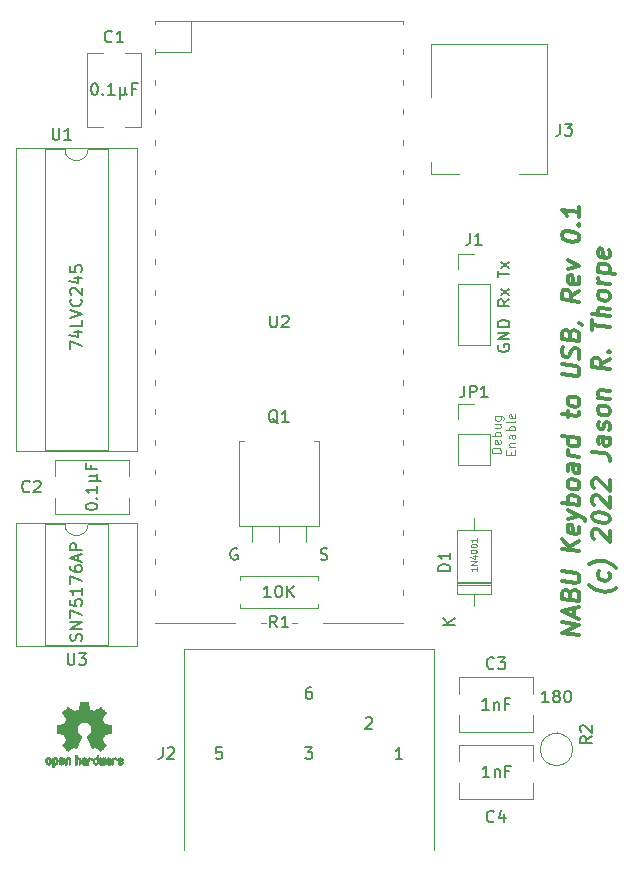
<source format=gbr>
%TF.GenerationSoftware,KiCad,Pcbnew,(5.1.12-1-10_14)*%
%TF.CreationDate,2022-12-20T21:08:20-08:00*%
%TF.ProjectId,nabu-usb-keyboard,6e616275-2d75-4736-922d-6b6579626f61,0.1*%
%TF.SameCoordinates,Original*%
%TF.FileFunction,Legend,Top*%
%TF.FilePolarity,Positive*%
%FSLAX46Y46*%
G04 Gerber Fmt 4.6, Leading zero omitted, Abs format (unit mm)*
G04 Created by KiCad (PCBNEW (5.1.12-1-10_14)) date 2022-12-20 21:08:20*
%MOMM*%
%LPD*%
G01*
G04 APERTURE LIST*
%ADD10C,0.150000*%
%ADD11C,0.300000*%
%ADD12C,0.100000*%
%ADD13C,0.010000*%
%ADD14C,0.120000*%
G04 APERTURE END LIST*
D10*
X145129285Y-109624761D02*
X145272142Y-109672380D01*
X145510238Y-109672380D01*
X145605476Y-109624761D01*
X145653095Y-109577142D01*
X145700714Y-109481904D01*
X145700714Y-109386666D01*
X145653095Y-109291428D01*
X145605476Y-109243809D01*
X145510238Y-109196190D01*
X145319761Y-109148571D01*
X145224523Y-109100952D01*
X145176904Y-109053333D01*
X145129285Y-108958095D01*
X145129285Y-108862857D01*
X145176904Y-108767619D01*
X145224523Y-108720000D01*
X145319761Y-108672380D01*
X145557857Y-108672380D01*
X145700714Y-108720000D01*
X138056904Y-108720000D02*
X137961666Y-108672380D01*
X137818809Y-108672380D01*
X137675952Y-108720000D01*
X137580714Y-108815238D01*
X137533095Y-108910476D01*
X137485476Y-109100952D01*
X137485476Y-109243809D01*
X137533095Y-109434285D01*
X137580714Y-109529523D01*
X137675952Y-109624761D01*
X137818809Y-109672380D01*
X137914047Y-109672380D01*
X138056904Y-109624761D01*
X138104523Y-109577142D01*
X138104523Y-109243809D01*
X137914047Y-109243809D01*
D11*
X167043571Y-116017500D02*
X165543571Y-115830000D01*
X167043571Y-115160357D01*
X165543571Y-114972857D01*
X166615000Y-114463928D02*
X166615000Y-113749642D01*
X167043571Y-114660357D02*
X165543571Y-113972857D01*
X167043571Y-113660357D01*
X166257857Y-112562142D02*
X166329285Y-112356785D01*
X166400714Y-112294285D01*
X166543571Y-112240714D01*
X166757857Y-112267500D01*
X166900714Y-112356785D01*
X166972142Y-112437142D01*
X167043571Y-112588928D01*
X167043571Y-113160357D01*
X165543571Y-112972857D01*
X165543571Y-112472857D01*
X165615000Y-112338928D01*
X165686428Y-112276428D01*
X165829285Y-112222857D01*
X165972142Y-112240714D01*
X166115000Y-112330000D01*
X166186428Y-112410357D01*
X166257857Y-112562142D01*
X166257857Y-113062142D01*
X165543571Y-111472857D02*
X166757857Y-111624642D01*
X166900714Y-111571071D01*
X166972142Y-111508571D01*
X167043571Y-111374642D01*
X167043571Y-111088928D01*
X166972142Y-110937142D01*
X166900714Y-110856785D01*
X166757857Y-110767500D01*
X165543571Y-110615714D01*
X167043571Y-108946071D02*
X165543571Y-108758571D01*
X167043571Y-108088928D02*
X166186428Y-108624642D01*
X165543571Y-107901428D02*
X166400714Y-108865714D01*
X166972142Y-106865714D02*
X167043571Y-107017500D01*
X167043571Y-107303214D01*
X166972142Y-107437142D01*
X166829285Y-107490714D01*
X166257857Y-107419285D01*
X166115000Y-107330000D01*
X166043571Y-107178214D01*
X166043571Y-106892500D01*
X166115000Y-106758571D01*
X166257857Y-106705000D01*
X166400714Y-106722857D01*
X166543571Y-107455000D01*
X166043571Y-106178214D02*
X167043571Y-105946071D01*
X166043571Y-105463928D02*
X167043571Y-105946071D01*
X167400714Y-106133571D01*
X167472142Y-106213928D01*
X167543571Y-106365714D01*
X167043571Y-105017500D02*
X165543571Y-104830000D01*
X166115000Y-104901428D02*
X166043571Y-104749642D01*
X166043571Y-104463928D01*
X166115000Y-104330000D01*
X166186428Y-104267500D01*
X166329285Y-104213928D01*
X166757857Y-104267500D01*
X166900714Y-104356785D01*
X166972142Y-104437142D01*
X167043571Y-104588928D01*
X167043571Y-104874642D01*
X166972142Y-105008571D01*
X167043571Y-103446071D02*
X166972142Y-103580000D01*
X166900714Y-103642500D01*
X166757857Y-103696071D01*
X166329285Y-103642500D01*
X166186428Y-103553214D01*
X166115000Y-103472857D01*
X166043571Y-103321071D01*
X166043571Y-103106785D01*
X166115000Y-102972857D01*
X166186428Y-102910357D01*
X166329285Y-102856785D01*
X166757857Y-102910357D01*
X166900714Y-102999642D01*
X166972142Y-103080000D01*
X167043571Y-103231785D01*
X167043571Y-103446071D01*
X167043571Y-101660357D02*
X166257857Y-101562142D01*
X166115000Y-101615714D01*
X166043571Y-101749642D01*
X166043571Y-102035357D01*
X166115000Y-102187142D01*
X166972142Y-101651428D02*
X167043571Y-101803214D01*
X167043571Y-102160357D01*
X166972142Y-102294285D01*
X166829285Y-102347857D01*
X166686428Y-102330000D01*
X166543571Y-102240714D01*
X166472142Y-102088928D01*
X166472142Y-101731785D01*
X166400714Y-101580000D01*
X167043571Y-100946071D02*
X166043571Y-100821071D01*
X166329285Y-100856785D02*
X166186428Y-100767500D01*
X166115000Y-100687142D01*
X166043571Y-100535357D01*
X166043571Y-100392500D01*
X167043571Y-99374642D02*
X165543571Y-99187142D01*
X166972142Y-99365714D02*
X167043571Y-99517500D01*
X167043571Y-99803214D01*
X166972142Y-99937142D01*
X166900714Y-99999642D01*
X166757857Y-100053214D01*
X166329285Y-99999642D01*
X166186428Y-99910357D01*
X166115000Y-99830000D01*
X166043571Y-99678214D01*
X166043571Y-99392500D01*
X166115000Y-99258571D01*
X166043571Y-97606785D02*
X166043571Y-97035357D01*
X165543571Y-97330000D02*
X166829285Y-97490714D01*
X166972142Y-97437142D01*
X167043571Y-97303214D01*
X167043571Y-97160357D01*
X167043571Y-96446071D02*
X166972142Y-96580000D01*
X166900714Y-96642500D01*
X166757857Y-96696071D01*
X166329285Y-96642500D01*
X166186428Y-96553214D01*
X166115000Y-96472857D01*
X166043571Y-96321071D01*
X166043571Y-96106785D01*
X166115000Y-95972857D01*
X166186428Y-95910357D01*
X166329285Y-95856785D01*
X166757857Y-95910357D01*
X166900714Y-95999642D01*
X166972142Y-96080000D01*
X167043571Y-96231785D01*
X167043571Y-96446071D01*
X165543571Y-93972857D02*
X166757857Y-94124642D01*
X166900714Y-94071071D01*
X166972142Y-94008571D01*
X167043571Y-93874642D01*
X167043571Y-93588928D01*
X166972142Y-93437142D01*
X166900714Y-93356785D01*
X166757857Y-93267500D01*
X165543571Y-93115714D01*
X166972142Y-92651428D02*
X167043571Y-92446071D01*
X167043571Y-92088928D01*
X166972142Y-91937142D01*
X166900714Y-91856785D01*
X166757857Y-91767500D01*
X166615000Y-91749642D01*
X166472142Y-91803214D01*
X166400714Y-91865714D01*
X166329285Y-91999642D01*
X166257857Y-92276428D01*
X166186428Y-92410357D01*
X166115000Y-92472857D01*
X165972142Y-92526428D01*
X165829285Y-92508571D01*
X165686428Y-92419285D01*
X165615000Y-92338928D01*
X165543571Y-92187142D01*
X165543571Y-91830000D01*
X165615000Y-91624642D01*
X166257857Y-90562142D02*
X166329285Y-90356785D01*
X166400714Y-90294285D01*
X166543571Y-90240714D01*
X166757857Y-90267500D01*
X166900714Y-90356785D01*
X166972142Y-90437142D01*
X167043571Y-90588928D01*
X167043571Y-91160357D01*
X165543571Y-90972857D01*
X165543571Y-90472857D01*
X165615000Y-90338928D01*
X165686428Y-90276428D01*
X165829285Y-90222857D01*
X165972142Y-90240714D01*
X166115000Y-90330000D01*
X166186428Y-90410357D01*
X166257857Y-90562142D01*
X166257857Y-91062142D01*
X166972142Y-89580000D02*
X167043571Y-89588928D01*
X167186428Y-89678214D01*
X167257857Y-89758571D01*
X167043571Y-86946071D02*
X166329285Y-87356785D01*
X167043571Y-87803214D02*
X165543571Y-87615714D01*
X165543571Y-87044285D01*
X165615000Y-86910357D01*
X165686428Y-86847857D01*
X165829285Y-86794285D01*
X166043571Y-86821071D01*
X166186428Y-86910357D01*
X166257857Y-86990714D01*
X166329285Y-87142500D01*
X166329285Y-87713928D01*
X166972142Y-85722857D02*
X167043571Y-85874642D01*
X167043571Y-86160357D01*
X166972142Y-86294285D01*
X166829285Y-86347857D01*
X166257857Y-86276428D01*
X166115000Y-86187142D01*
X166043571Y-86035357D01*
X166043571Y-85749642D01*
X166115000Y-85615714D01*
X166257857Y-85562142D01*
X166400714Y-85580000D01*
X166543571Y-86312142D01*
X166043571Y-85035357D02*
X167043571Y-84803214D01*
X166043571Y-84321071D01*
X165543571Y-82258571D02*
X165543571Y-82115714D01*
X165615000Y-81981785D01*
X165686428Y-81919285D01*
X165829285Y-81865714D01*
X166115000Y-81830000D01*
X166472142Y-81874642D01*
X166757857Y-81981785D01*
X166900714Y-82071071D01*
X166972142Y-82151428D01*
X167043571Y-82303214D01*
X167043571Y-82446071D01*
X166972142Y-82580000D01*
X166900714Y-82642500D01*
X166757857Y-82696071D01*
X166472142Y-82731785D01*
X166115000Y-82687142D01*
X165829285Y-82580000D01*
X165686428Y-82490714D01*
X165615000Y-82410357D01*
X165543571Y-82258571D01*
X166900714Y-81285357D02*
X166972142Y-81222857D01*
X167043571Y-81303214D01*
X166972142Y-81365714D01*
X166900714Y-81285357D01*
X167043571Y-81303214D01*
X167043571Y-79803214D02*
X167043571Y-80660357D01*
X167043571Y-80231785D02*
X165543571Y-80044285D01*
X165757857Y-80213928D01*
X165900714Y-80374642D01*
X165972142Y-80526428D01*
X170165000Y-112053214D02*
X170093571Y-112115714D01*
X169879285Y-112231785D01*
X169736428Y-112285357D01*
X169522142Y-112330000D01*
X169165000Y-112356785D01*
X168879285Y-112321071D01*
X168522142Y-112205000D01*
X168307857Y-112106785D01*
X168165000Y-112017500D01*
X167950714Y-111847857D01*
X167879285Y-111767500D01*
X169522142Y-110758571D02*
X169593571Y-110910357D01*
X169593571Y-111196071D01*
X169522142Y-111330000D01*
X169450714Y-111392500D01*
X169307857Y-111446071D01*
X168879285Y-111392500D01*
X168736428Y-111303214D01*
X168665000Y-111222857D01*
X168593571Y-111071071D01*
X168593571Y-110785357D01*
X168665000Y-110651428D01*
X170165000Y-110338928D02*
X170093571Y-110258571D01*
X169879285Y-110088928D01*
X169736428Y-109999642D01*
X169522142Y-109901428D01*
X169165000Y-109785357D01*
X168879285Y-109749642D01*
X168522142Y-109776428D01*
X168307857Y-109821071D01*
X168165000Y-109874642D01*
X167950714Y-109990714D01*
X167879285Y-110053214D01*
X168236428Y-107883571D02*
X168165000Y-107803214D01*
X168093571Y-107651428D01*
X168093571Y-107294285D01*
X168165000Y-107160357D01*
X168236428Y-107097857D01*
X168379285Y-107044285D01*
X168522142Y-107062142D01*
X168736428Y-107160357D01*
X169593571Y-108124642D01*
X169593571Y-107196071D01*
X168093571Y-106080000D02*
X168093571Y-105937142D01*
X168165000Y-105803214D01*
X168236428Y-105740714D01*
X168379285Y-105687142D01*
X168665000Y-105651428D01*
X169022142Y-105696071D01*
X169307857Y-105803214D01*
X169450714Y-105892500D01*
X169522142Y-105972857D01*
X169593571Y-106124642D01*
X169593571Y-106267500D01*
X169522142Y-106401428D01*
X169450714Y-106463928D01*
X169307857Y-106517500D01*
X169022142Y-106553214D01*
X168665000Y-106508571D01*
X168379285Y-106401428D01*
X168236428Y-106312142D01*
X168165000Y-106231785D01*
X168093571Y-106080000D01*
X168236428Y-105026428D02*
X168165000Y-104946071D01*
X168093571Y-104794285D01*
X168093571Y-104437142D01*
X168165000Y-104303214D01*
X168236428Y-104240714D01*
X168379285Y-104187142D01*
X168522142Y-104205000D01*
X168736428Y-104303214D01*
X169593571Y-105267500D01*
X169593571Y-104338928D01*
X168236428Y-103597857D02*
X168165000Y-103517500D01*
X168093571Y-103365714D01*
X168093571Y-103008571D01*
X168165000Y-102874642D01*
X168236428Y-102812142D01*
X168379285Y-102758571D01*
X168522142Y-102776428D01*
X168736428Y-102874642D01*
X169593571Y-103838928D01*
X169593571Y-102910357D01*
X168093571Y-100508571D02*
X169165000Y-100642500D01*
X169379285Y-100740714D01*
X169522142Y-100901428D01*
X169593571Y-101124642D01*
X169593571Y-101267500D01*
X169593571Y-99338928D02*
X168807857Y-99240714D01*
X168665000Y-99294285D01*
X168593571Y-99428214D01*
X168593571Y-99713928D01*
X168665000Y-99865714D01*
X169522142Y-99330000D02*
X169593571Y-99481785D01*
X169593571Y-99838928D01*
X169522142Y-99972857D01*
X169379285Y-100026428D01*
X169236428Y-100008571D01*
X169093571Y-99919285D01*
X169022142Y-99767500D01*
X169022142Y-99410357D01*
X168950714Y-99258571D01*
X169522142Y-98687142D02*
X169593571Y-98553214D01*
X169593571Y-98267500D01*
X169522142Y-98115714D01*
X169379285Y-98026428D01*
X169307857Y-98017500D01*
X169165000Y-98071071D01*
X169093571Y-98205000D01*
X169093571Y-98419285D01*
X169022142Y-98553214D01*
X168879285Y-98606785D01*
X168807857Y-98597857D01*
X168665000Y-98508571D01*
X168593571Y-98356785D01*
X168593571Y-98142500D01*
X168665000Y-98008571D01*
X169593571Y-97196071D02*
X169522142Y-97330000D01*
X169450714Y-97392500D01*
X169307857Y-97446071D01*
X168879285Y-97392500D01*
X168736428Y-97303214D01*
X168665000Y-97222857D01*
X168593571Y-97071071D01*
X168593571Y-96856785D01*
X168665000Y-96722857D01*
X168736428Y-96660357D01*
X168879285Y-96606785D01*
X169307857Y-96660357D01*
X169450714Y-96749642D01*
X169522142Y-96830000D01*
X169593571Y-96981785D01*
X169593571Y-97196071D01*
X168593571Y-95928214D02*
X169593571Y-96053214D01*
X168736428Y-95946071D02*
X168665000Y-95865714D01*
X168593571Y-95713928D01*
X168593571Y-95499642D01*
X168665000Y-95365714D01*
X168807857Y-95312142D01*
X169593571Y-95410357D01*
X169593571Y-92696071D02*
X168879285Y-93106785D01*
X169593571Y-93553214D02*
X168093571Y-93365714D01*
X168093571Y-92794285D01*
X168165000Y-92660357D01*
X168236428Y-92597857D01*
X168379285Y-92544285D01*
X168593571Y-92571071D01*
X168736428Y-92660357D01*
X168807857Y-92740714D01*
X168879285Y-92892500D01*
X168879285Y-93463928D01*
X169450714Y-92035357D02*
X169522142Y-91972857D01*
X169593571Y-92053214D01*
X169522142Y-92115714D01*
X169450714Y-92035357D01*
X169593571Y-92053214D01*
X168093571Y-90222857D02*
X168093571Y-89365714D01*
X169593571Y-89981785D02*
X168093571Y-89794285D01*
X169593571Y-89053214D02*
X168093571Y-88865714D01*
X169593571Y-88410357D02*
X168807857Y-88312142D01*
X168665000Y-88365714D01*
X168593571Y-88499642D01*
X168593571Y-88713928D01*
X168665000Y-88865714D01*
X168736428Y-88946071D01*
X169593571Y-87481785D02*
X169522142Y-87615714D01*
X169450714Y-87678214D01*
X169307857Y-87731785D01*
X168879285Y-87678214D01*
X168736428Y-87588928D01*
X168665000Y-87508571D01*
X168593571Y-87356785D01*
X168593571Y-87142500D01*
X168665000Y-87008571D01*
X168736428Y-86946071D01*
X168879285Y-86892500D01*
X169307857Y-86946071D01*
X169450714Y-87035357D01*
X169522142Y-87115714D01*
X169593571Y-87267500D01*
X169593571Y-87481785D01*
X169593571Y-86338928D02*
X168593571Y-86213928D01*
X168879285Y-86249642D02*
X168736428Y-86160357D01*
X168665000Y-86080000D01*
X168593571Y-85928214D01*
X168593571Y-85785357D01*
X168593571Y-85285357D02*
X170093571Y-85472857D01*
X168665000Y-85294285D02*
X168593571Y-85142500D01*
X168593571Y-84856785D01*
X168665000Y-84722857D01*
X168736428Y-84660357D01*
X168879285Y-84606785D01*
X169307857Y-84660357D01*
X169450714Y-84749642D01*
X169522142Y-84830000D01*
X169593571Y-84981785D01*
X169593571Y-85267500D01*
X169522142Y-85401428D01*
X169522142Y-83472857D02*
X169593571Y-83624642D01*
X169593571Y-83910357D01*
X169522142Y-84044285D01*
X169379285Y-84097857D01*
X168807857Y-84026428D01*
X168665000Y-83937142D01*
X168593571Y-83785357D01*
X168593571Y-83499642D01*
X168665000Y-83365714D01*
X168807857Y-83312142D01*
X168950714Y-83330000D01*
X169093571Y-84062142D01*
D12*
X160381785Y-100595714D02*
X159631785Y-100595714D01*
X159631785Y-100417142D01*
X159667500Y-100310000D01*
X159738928Y-100238571D01*
X159810357Y-100202857D01*
X159953214Y-100167142D01*
X160060357Y-100167142D01*
X160203214Y-100202857D01*
X160274642Y-100238571D01*
X160346071Y-100310000D01*
X160381785Y-100417142D01*
X160381785Y-100595714D01*
X160346071Y-99560000D02*
X160381785Y-99631428D01*
X160381785Y-99774285D01*
X160346071Y-99845714D01*
X160274642Y-99881428D01*
X159988928Y-99881428D01*
X159917500Y-99845714D01*
X159881785Y-99774285D01*
X159881785Y-99631428D01*
X159917500Y-99560000D01*
X159988928Y-99524285D01*
X160060357Y-99524285D01*
X160131785Y-99881428D01*
X160381785Y-99202857D02*
X159631785Y-99202857D01*
X159917500Y-99202857D02*
X159881785Y-99131428D01*
X159881785Y-98988571D01*
X159917500Y-98917142D01*
X159953214Y-98881428D01*
X160024642Y-98845714D01*
X160238928Y-98845714D01*
X160310357Y-98881428D01*
X160346071Y-98917142D01*
X160381785Y-98988571D01*
X160381785Y-99131428D01*
X160346071Y-99202857D01*
X159881785Y-98202857D02*
X160381785Y-98202857D01*
X159881785Y-98524285D02*
X160274642Y-98524285D01*
X160346071Y-98488571D01*
X160381785Y-98417142D01*
X160381785Y-98310000D01*
X160346071Y-98238571D01*
X160310357Y-98202857D01*
X159881785Y-97524285D02*
X160488928Y-97524285D01*
X160560357Y-97560000D01*
X160596071Y-97595714D01*
X160631785Y-97667142D01*
X160631785Y-97774285D01*
X160596071Y-97845714D01*
X160346071Y-97524285D02*
X160381785Y-97595714D01*
X160381785Y-97738571D01*
X160346071Y-97810000D01*
X160310357Y-97845714D01*
X160238928Y-97881428D01*
X160024642Y-97881428D01*
X159953214Y-97845714D01*
X159917500Y-97810000D01*
X159881785Y-97738571D01*
X159881785Y-97595714D01*
X159917500Y-97524285D01*
X161213928Y-100756428D02*
X161213928Y-100506428D01*
X161606785Y-100399285D02*
X161606785Y-100756428D01*
X160856785Y-100756428D01*
X160856785Y-100399285D01*
X161106785Y-100077857D02*
X161606785Y-100077857D01*
X161178214Y-100077857D02*
X161142500Y-100042142D01*
X161106785Y-99970714D01*
X161106785Y-99863571D01*
X161142500Y-99792142D01*
X161213928Y-99756428D01*
X161606785Y-99756428D01*
X161606785Y-99077857D02*
X161213928Y-99077857D01*
X161142500Y-99113571D01*
X161106785Y-99185000D01*
X161106785Y-99327857D01*
X161142500Y-99399285D01*
X161571071Y-99077857D02*
X161606785Y-99149285D01*
X161606785Y-99327857D01*
X161571071Y-99399285D01*
X161499642Y-99435000D01*
X161428214Y-99435000D01*
X161356785Y-99399285D01*
X161321071Y-99327857D01*
X161321071Y-99149285D01*
X161285357Y-99077857D01*
X161606785Y-98720714D02*
X160856785Y-98720714D01*
X161142500Y-98720714D02*
X161106785Y-98649285D01*
X161106785Y-98506428D01*
X161142500Y-98435000D01*
X161178214Y-98399285D01*
X161249642Y-98363571D01*
X161463928Y-98363571D01*
X161535357Y-98399285D01*
X161571071Y-98435000D01*
X161606785Y-98506428D01*
X161606785Y-98649285D01*
X161571071Y-98720714D01*
X161606785Y-97935000D02*
X161571071Y-98006428D01*
X161499642Y-98042142D01*
X160856785Y-98042142D01*
X161571071Y-97363571D02*
X161606785Y-97435000D01*
X161606785Y-97577857D01*
X161571071Y-97649285D01*
X161499642Y-97685000D01*
X161213928Y-97685000D01*
X161142500Y-97649285D01*
X161106785Y-97577857D01*
X161106785Y-97435000D01*
X161142500Y-97363571D01*
X161213928Y-97327857D01*
X161285357Y-97327857D01*
X161356785Y-97685000D01*
D10*
X160155000Y-91479285D02*
X160107380Y-91574523D01*
X160107380Y-91717380D01*
X160155000Y-91860238D01*
X160250238Y-91955476D01*
X160345476Y-92003095D01*
X160535952Y-92050714D01*
X160678809Y-92050714D01*
X160869285Y-92003095D01*
X160964523Y-91955476D01*
X161059761Y-91860238D01*
X161107380Y-91717380D01*
X161107380Y-91622142D01*
X161059761Y-91479285D01*
X161012142Y-91431666D01*
X160678809Y-91431666D01*
X160678809Y-91622142D01*
X161107380Y-91003095D02*
X160107380Y-91003095D01*
X161107380Y-90431666D01*
X160107380Y-90431666D01*
X161107380Y-89955476D02*
X160107380Y-89955476D01*
X160107380Y-89717380D01*
X160155000Y-89574523D01*
X160250238Y-89479285D01*
X160345476Y-89431666D01*
X160535952Y-89384047D01*
X160678809Y-89384047D01*
X160869285Y-89431666D01*
X160964523Y-89479285D01*
X161059761Y-89574523D01*
X161107380Y-89717380D01*
X161107380Y-89955476D01*
X161107380Y-87622142D02*
X160631190Y-87955476D01*
X161107380Y-88193571D02*
X160107380Y-88193571D01*
X160107380Y-87812619D01*
X160155000Y-87717380D01*
X160202619Y-87669761D01*
X160297857Y-87622142D01*
X160440714Y-87622142D01*
X160535952Y-87669761D01*
X160583571Y-87717380D01*
X160631190Y-87812619D01*
X160631190Y-88193571D01*
X161107380Y-87288809D02*
X160440714Y-86765000D01*
X160440714Y-87288809D02*
X161107380Y-86765000D01*
X160107380Y-85765000D02*
X160107380Y-85193571D01*
X161107380Y-85479285D02*
X160107380Y-85479285D01*
X161107380Y-84955476D02*
X160440714Y-84431666D01*
X160440714Y-84955476D02*
X161107380Y-84431666D01*
D13*
%TO.C,REF\u002A\u002A*%
G36*
X122694744Y-126379918D02*
G01*
X122750201Y-126407568D01*
X122799148Y-126458480D01*
X122812629Y-126477338D01*
X122827314Y-126502015D01*
X122836842Y-126528816D01*
X122842293Y-126564587D01*
X122844747Y-126616169D01*
X122845286Y-126684267D01*
X122842852Y-126777588D01*
X122834394Y-126847657D01*
X122818174Y-126899931D01*
X122792454Y-126939869D01*
X122755497Y-126972929D01*
X122752782Y-126974886D01*
X122716360Y-126994908D01*
X122672502Y-127004815D01*
X122616724Y-127007257D01*
X122526048Y-127007257D01*
X122526010Y-127095283D01*
X122525166Y-127144308D01*
X122520024Y-127173065D01*
X122506587Y-127190311D01*
X122480858Y-127204808D01*
X122474679Y-127207769D01*
X122445764Y-127221648D01*
X122423376Y-127230414D01*
X122406729Y-127231171D01*
X122395036Y-127221023D01*
X122387510Y-127197073D01*
X122383366Y-127156426D01*
X122381815Y-127096186D01*
X122382071Y-127013455D01*
X122383349Y-126905339D01*
X122383748Y-126873000D01*
X122385185Y-126761524D01*
X122386472Y-126688603D01*
X122525971Y-126688603D01*
X122526755Y-126750499D01*
X122530240Y-126790997D01*
X122538124Y-126817708D01*
X122552105Y-126838244D01*
X122561597Y-126848260D01*
X122600404Y-126877567D01*
X122634763Y-126879952D01*
X122670216Y-126855750D01*
X122671114Y-126854857D01*
X122685539Y-126836153D01*
X122694313Y-126810732D01*
X122698739Y-126771584D01*
X122700118Y-126711697D01*
X122700143Y-126698430D01*
X122696812Y-126615901D01*
X122685969Y-126558691D01*
X122666340Y-126523766D01*
X122636650Y-126508094D01*
X122619491Y-126506514D01*
X122578766Y-126513926D01*
X122550832Y-126538330D01*
X122534017Y-126582980D01*
X122526650Y-126651130D01*
X122525971Y-126688603D01*
X122386472Y-126688603D01*
X122386708Y-126675245D01*
X122388677Y-126610333D01*
X122391450Y-126562958D01*
X122395388Y-126529290D01*
X122400849Y-126505498D01*
X122408192Y-126487753D01*
X122417777Y-126472224D01*
X122421887Y-126466381D01*
X122476405Y-126411185D01*
X122545336Y-126379890D01*
X122625072Y-126371165D01*
X122694744Y-126379918D01*
G37*
X122694744Y-126379918D02*
X122750201Y-126407568D01*
X122799148Y-126458480D01*
X122812629Y-126477338D01*
X122827314Y-126502015D01*
X122836842Y-126528816D01*
X122842293Y-126564587D01*
X122844747Y-126616169D01*
X122845286Y-126684267D01*
X122842852Y-126777588D01*
X122834394Y-126847657D01*
X122818174Y-126899931D01*
X122792454Y-126939869D01*
X122755497Y-126972929D01*
X122752782Y-126974886D01*
X122716360Y-126994908D01*
X122672502Y-127004815D01*
X122616724Y-127007257D01*
X122526048Y-127007257D01*
X122526010Y-127095283D01*
X122525166Y-127144308D01*
X122520024Y-127173065D01*
X122506587Y-127190311D01*
X122480858Y-127204808D01*
X122474679Y-127207769D01*
X122445764Y-127221648D01*
X122423376Y-127230414D01*
X122406729Y-127231171D01*
X122395036Y-127221023D01*
X122387510Y-127197073D01*
X122383366Y-127156426D01*
X122381815Y-127096186D01*
X122382071Y-127013455D01*
X122383349Y-126905339D01*
X122383748Y-126873000D01*
X122385185Y-126761524D01*
X122386472Y-126688603D01*
X122525971Y-126688603D01*
X122526755Y-126750499D01*
X122530240Y-126790997D01*
X122538124Y-126817708D01*
X122552105Y-126838244D01*
X122561597Y-126848260D01*
X122600404Y-126877567D01*
X122634763Y-126879952D01*
X122670216Y-126855750D01*
X122671114Y-126854857D01*
X122685539Y-126836153D01*
X122694313Y-126810732D01*
X122698739Y-126771584D01*
X122700118Y-126711697D01*
X122700143Y-126698430D01*
X122696812Y-126615901D01*
X122685969Y-126558691D01*
X122666340Y-126523766D01*
X122636650Y-126508094D01*
X122619491Y-126506514D01*
X122578766Y-126513926D01*
X122550832Y-126538330D01*
X122534017Y-126582980D01*
X122526650Y-126651130D01*
X122525971Y-126688603D01*
X122386472Y-126688603D01*
X122386708Y-126675245D01*
X122388677Y-126610333D01*
X122391450Y-126562958D01*
X122395388Y-126529290D01*
X122400849Y-126505498D01*
X122408192Y-126487753D01*
X122417777Y-126472224D01*
X122421887Y-126466381D01*
X122476405Y-126411185D01*
X122545336Y-126379890D01*
X122625072Y-126371165D01*
X122694744Y-126379918D01*
G36*
X123811093Y-126387780D02*
G01*
X123857672Y-126414723D01*
X123890057Y-126441466D01*
X123913742Y-126469484D01*
X123930059Y-126503748D01*
X123940339Y-126549227D01*
X123945914Y-126610892D01*
X123948116Y-126693711D01*
X123948371Y-126753246D01*
X123948371Y-126972391D01*
X123886686Y-127000044D01*
X123825000Y-127027697D01*
X123817743Y-126787670D01*
X123814744Y-126698028D01*
X123811598Y-126632962D01*
X123807701Y-126588026D01*
X123802447Y-126558770D01*
X123795231Y-126540748D01*
X123785450Y-126529511D01*
X123782312Y-126527079D01*
X123734761Y-126508083D01*
X123686697Y-126515600D01*
X123658086Y-126535543D01*
X123646447Y-126549675D01*
X123638391Y-126568220D01*
X123633271Y-126596334D01*
X123630441Y-126639173D01*
X123629256Y-126701895D01*
X123629057Y-126767261D01*
X123629018Y-126849268D01*
X123627614Y-126907316D01*
X123622914Y-126946465D01*
X123612987Y-126971780D01*
X123595903Y-126988323D01*
X123569732Y-127001156D01*
X123534775Y-127014491D01*
X123496596Y-127029007D01*
X123501141Y-126771389D01*
X123502971Y-126678519D01*
X123505112Y-126609889D01*
X123508181Y-126560711D01*
X123512794Y-126526198D01*
X123519568Y-126501562D01*
X123529119Y-126482016D01*
X123540634Y-126464770D01*
X123596190Y-126409680D01*
X123663980Y-126377822D01*
X123737713Y-126370191D01*
X123811093Y-126387780D01*
G37*
X123811093Y-126387780D02*
X123857672Y-126414723D01*
X123890057Y-126441466D01*
X123913742Y-126469484D01*
X123930059Y-126503748D01*
X123940339Y-126549227D01*
X123945914Y-126610892D01*
X123948116Y-126693711D01*
X123948371Y-126753246D01*
X123948371Y-126972391D01*
X123886686Y-127000044D01*
X123825000Y-127027697D01*
X123817743Y-126787670D01*
X123814744Y-126698028D01*
X123811598Y-126632962D01*
X123807701Y-126588026D01*
X123802447Y-126558770D01*
X123795231Y-126540748D01*
X123785450Y-126529511D01*
X123782312Y-126527079D01*
X123734761Y-126508083D01*
X123686697Y-126515600D01*
X123658086Y-126535543D01*
X123646447Y-126549675D01*
X123638391Y-126568220D01*
X123633271Y-126596334D01*
X123630441Y-126639173D01*
X123629256Y-126701895D01*
X123629057Y-126767261D01*
X123629018Y-126849268D01*
X123627614Y-126907316D01*
X123622914Y-126946465D01*
X123612987Y-126971780D01*
X123595903Y-126988323D01*
X123569732Y-127001156D01*
X123534775Y-127014491D01*
X123496596Y-127029007D01*
X123501141Y-126771389D01*
X123502971Y-126678519D01*
X123505112Y-126609889D01*
X123508181Y-126560711D01*
X123512794Y-126526198D01*
X123519568Y-126501562D01*
X123529119Y-126482016D01*
X123540634Y-126464770D01*
X123596190Y-126409680D01*
X123663980Y-126377822D01*
X123737713Y-126370191D01*
X123811093Y-126387780D01*
G36*
X122136115Y-126381962D02*
G01*
X122204145Y-126417733D01*
X122254351Y-126475301D01*
X122272185Y-126512312D01*
X122286063Y-126567882D01*
X122293167Y-126638096D01*
X122293840Y-126714727D01*
X122288427Y-126789552D01*
X122277270Y-126854342D01*
X122260714Y-126900873D01*
X122255626Y-126908887D01*
X122195355Y-126968707D01*
X122123769Y-127004535D01*
X122046092Y-127015020D01*
X121967548Y-126998810D01*
X121945689Y-126989092D01*
X121903122Y-126959143D01*
X121865763Y-126919433D01*
X121862232Y-126914397D01*
X121847881Y-126890124D01*
X121838394Y-126864178D01*
X121832790Y-126830022D01*
X121830086Y-126781119D01*
X121829299Y-126710935D01*
X121829286Y-126695200D01*
X121829322Y-126690192D01*
X121974429Y-126690192D01*
X121975273Y-126756430D01*
X121978596Y-126800386D01*
X121985583Y-126828779D01*
X121997416Y-126848325D01*
X122003457Y-126854857D01*
X122038186Y-126879680D01*
X122071903Y-126878548D01*
X122105995Y-126857016D01*
X122126329Y-126834029D01*
X122138371Y-126800478D01*
X122145134Y-126747569D01*
X122145598Y-126741399D01*
X122146752Y-126645513D01*
X122134688Y-126574299D01*
X122109570Y-126528194D01*
X122071560Y-126507635D01*
X122057992Y-126506514D01*
X122022364Y-126512152D01*
X121997994Y-126531686D01*
X121983093Y-126569042D01*
X121975875Y-126628150D01*
X121974429Y-126690192D01*
X121829322Y-126690192D01*
X121829826Y-126620413D01*
X121832096Y-126568159D01*
X121837068Y-126531949D01*
X121845713Y-126505299D01*
X121859005Y-126481722D01*
X121861943Y-126477338D01*
X121911313Y-126418249D01*
X121965109Y-126383947D01*
X122030602Y-126370331D01*
X122052842Y-126369665D01*
X122136115Y-126381962D01*
G37*
X122136115Y-126381962D02*
X122204145Y-126417733D01*
X122254351Y-126475301D01*
X122272185Y-126512312D01*
X122286063Y-126567882D01*
X122293167Y-126638096D01*
X122293840Y-126714727D01*
X122288427Y-126789552D01*
X122277270Y-126854342D01*
X122260714Y-126900873D01*
X122255626Y-126908887D01*
X122195355Y-126968707D01*
X122123769Y-127004535D01*
X122046092Y-127015020D01*
X121967548Y-126998810D01*
X121945689Y-126989092D01*
X121903122Y-126959143D01*
X121865763Y-126919433D01*
X121862232Y-126914397D01*
X121847881Y-126890124D01*
X121838394Y-126864178D01*
X121832790Y-126830022D01*
X121830086Y-126781119D01*
X121829299Y-126710935D01*
X121829286Y-126695200D01*
X121829322Y-126690192D01*
X121974429Y-126690192D01*
X121975273Y-126756430D01*
X121978596Y-126800386D01*
X121985583Y-126828779D01*
X121997416Y-126848325D01*
X122003457Y-126854857D01*
X122038186Y-126879680D01*
X122071903Y-126878548D01*
X122105995Y-126857016D01*
X122126329Y-126834029D01*
X122138371Y-126800478D01*
X122145134Y-126747569D01*
X122145598Y-126741399D01*
X122146752Y-126645513D01*
X122134688Y-126574299D01*
X122109570Y-126528194D01*
X122071560Y-126507635D01*
X122057992Y-126506514D01*
X122022364Y-126512152D01*
X121997994Y-126531686D01*
X121983093Y-126569042D01*
X121975875Y-126628150D01*
X121974429Y-126690192D01*
X121829322Y-126690192D01*
X121829826Y-126620413D01*
X121832096Y-126568159D01*
X121837068Y-126531949D01*
X121845713Y-126505299D01*
X121859005Y-126481722D01*
X121861943Y-126477338D01*
X121911313Y-126418249D01*
X121965109Y-126383947D01*
X122030602Y-126370331D01*
X122052842Y-126369665D01*
X122136115Y-126381962D01*
G36*
X123263303Y-126391239D02*
G01*
X123320527Y-126429735D01*
X123364749Y-126485335D01*
X123391167Y-126556086D01*
X123396510Y-126608162D01*
X123395903Y-126629893D01*
X123390822Y-126646531D01*
X123376855Y-126661437D01*
X123349589Y-126677973D01*
X123304612Y-126699498D01*
X123237511Y-126729374D01*
X123237171Y-126729524D01*
X123175407Y-126757813D01*
X123124759Y-126782933D01*
X123090404Y-126802179D01*
X123077518Y-126812848D01*
X123077514Y-126812934D01*
X123088872Y-126836166D01*
X123115431Y-126861774D01*
X123145923Y-126880221D01*
X123161370Y-126883886D01*
X123203515Y-126871212D01*
X123239808Y-126839471D01*
X123257517Y-126804572D01*
X123274552Y-126778845D01*
X123307922Y-126749546D01*
X123347149Y-126724235D01*
X123381756Y-126710471D01*
X123388993Y-126709714D01*
X123397139Y-126722160D01*
X123397630Y-126753972D01*
X123391643Y-126796866D01*
X123380357Y-126842558D01*
X123364950Y-126882761D01*
X123364171Y-126884322D01*
X123317804Y-126949062D01*
X123257711Y-126993097D01*
X123189465Y-127014711D01*
X123118638Y-127012185D01*
X123050804Y-126983804D01*
X123047788Y-126981808D01*
X122994427Y-126933448D01*
X122959340Y-126870352D01*
X122939922Y-126787387D01*
X122937316Y-126764078D01*
X122932701Y-126654055D01*
X122938233Y-126602748D01*
X123077514Y-126602748D01*
X123079324Y-126634753D01*
X123089222Y-126644093D01*
X123113898Y-126637105D01*
X123152795Y-126620587D01*
X123196275Y-126599881D01*
X123197356Y-126599333D01*
X123234209Y-126579949D01*
X123249000Y-126567013D01*
X123245353Y-126553451D01*
X123229995Y-126535632D01*
X123190923Y-126509845D01*
X123148846Y-126507950D01*
X123111103Y-126526717D01*
X123085034Y-126562915D01*
X123077514Y-126602748D01*
X122938233Y-126602748D01*
X122942194Y-126566027D01*
X122966550Y-126496212D01*
X123000456Y-126447302D01*
X123061653Y-126397878D01*
X123129063Y-126373359D01*
X123197880Y-126371797D01*
X123263303Y-126391239D01*
G37*
X123263303Y-126391239D02*
X123320527Y-126429735D01*
X123364749Y-126485335D01*
X123391167Y-126556086D01*
X123396510Y-126608162D01*
X123395903Y-126629893D01*
X123390822Y-126646531D01*
X123376855Y-126661437D01*
X123349589Y-126677973D01*
X123304612Y-126699498D01*
X123237511Y-126729374D01*
X123237171Y-126729524D01*
X123175407Y-126757813D01*
X123124759Y-126782933D01*
X123090404Y-126802179D01*
X123077518Y-126812848D01*
X123077514Y-126812934D01*
X123088872Y-126836166D01*
X123115431Y-126861774D01*
X123145923Y-126880221D01*
X123161370Y-126883886D01*
X123203515Y-126871212D01*
X123239808Y-126839471D01*
X123257517Y-126804572D01*
X123274552Y-126778845D01*
X123307922Y-126749546D01*
X123347149Y-126724235D01*
X123381756Y-126710471D01*
X123388993Y-126709714D01*
X123397139Y-126722160D01*
X123397630Y-126753972D01*
X123391643Y-126796866D01*
X123380357Y-126842558D01*
X123364950Y-126882761D01*
X123364171Y-126884322D01*
X123317804Y-126949062D01*
X123257711Y-126993097D01*
X123189465Y-127014711D01*
X123118638Y-127012185D01*
X123050804Y-126983804D01*
X123047788Y-126981808D01*
X122994427Y-126933448D01*
X122959340Y-126870352D01*
X122939922Y-126787387D01*
X122937316Y-126764078D01*
X122932701Y-126654055D01*
X122938233Y-126602748D01*
X123077514Y-126602748D01*
X123079324Y-126634753D01*
X123089222Y-126644093D01*
X123113898Y-126637105D01*
X123152795Y-126620587D01*
X123196275Y-126599881D01*
X123197356Y-126599333D01*
X123234209Y-126579949D01*
X123249000Y-126567013D01*
X123245353Y-126553451D01*
X123229995Y-126535632D01*
X123190923Y-126509845D01*
X123148846Y-126507950D01*
X123111103Y-126526717D01*
X123085034Y-126562915D01*
X123077514Y-126602748D01*
X122938233Y-126602748D01*
X122942194Y-126566027D01*
X122966550Y-126496212D01*
X123000456Y-126447302D01*
X123061653Y-126397878D01*
X123129063Y-126373359D01*
X123197880Y-126371797D01*
X123263303Y-126391239D01*
G36*
X124470886Y-126311289D02*
G01*
X124475139Y-126370613D01*
X124480025Y-126405572D01*
X124486795Y-126420820D01*
X124496702Y-126421015D01*
X124499914Y-126419195D01*
X124542644Y-126406015D01*
X124598227Y-126406785D01*
X124654737Y-126420333D01*
X124690082Y-126437861D01*
X124726321Y-126465861D01*
X124752813Y-126497549D01*
X124770999Y-126537813D01*
X124782322Y-126591543D01*
X124788222Y-126663626D01*
X124790143Y-126758951D01*
X124790177Y-126777237D01*
X124790200Y-126982646D01*
X124744491Y-126998580D01*
X124712027Y-127009420D01*
X124694215Y-127014468D01*
X124693691Y-127014514D01*
X124691937Y-127000828D01*
X124690444Y-126963076D01*
X124689326Y-126906224D01*
X124688697Y-126835234D01*
X124688600Y-126792073D01*
X124688398Y-126706973D01*
X124687358Y-126645981D01*
X124684831Y-126604177D01*
X124680164Y-126576642D01*
X124672707Y-126558456D01*
X124661811Y-126544698D01*
X124655007Y-126538073D01*
X124608272Y-126511375D01*
X124557272Y-126509375D01*
X124511001Y-126531955D01*
X124502444Y-126540107D01*
X124489893Y-126555436D01*
X124481188Y-126573618D01*
X124475631Y-126599909D01*
X124472526Y-126639562D01*
X124471176Y-126697832D01*
X124470886Y-126778173D01*
X124470886Y-126982646D01*
X124425177Y-126998580D01*
X124392713Y-127009420D01*
X124374901Y-127014468D01*
X124374377Y-127014514D01*
X124373037Y-127000623D01*
X124371828Y-126961439D01*
X124370801Y-126900700D01*
X124370002Y-126822141D01*
X124369481Y-126729498D01*
X124369286Y-126626509D01*
X124369286Y-126229342D01*
X124416457Y-126209444D01*
X124463629Y-126189547D01*
X124470886Y-126311289D01*
G37*
X124470886Y-126311289D02*
X124475139Y-126370613D01*
X124480025Y-126405572D01*
X124486795Y-126420820D01*
X124496702Y-126421015D01*
X124499914Y-126419195D01*
X124542644Y-126406015D01*
X124598227Y-126406785D01*
X124654737Y-126420333D01*
X124690082Y-126437861D01*
X124726321Y-126465861D01*
X124752813Y-126497549D01*
X124770999Y-126537813D01*
X124782322Y-126591543D01*
X124788222Y-126663626D01*
X124790143Y-126758951D01*
X124790177Y-126777237D01*
X124790200Y-126982646D01*
X124744491Y-126998580D01*
X124712027Y-127009420D01*
X124694215Y-127014468D01*
X124693691Y-127014514D01*
X124691937Y-127000828D01*
X124690444Y-126963076D01*
X124689326Y-126906224D01*
X124688697Y-126835234D01*
X124688600Y-126792073D01*
X124688398Y-126706973D01*
X124687358Y-126645981D01*
X124684831Y-126604177D01*
X124680164Y-126576642D01*
X124672707Y-126558456D01*
X124661811Y-126544698D01*
X124655007Y-126538073D01*
X124608272Y-126511375D01*
X124557272Y-126509375D01*
X124511001Y-126531955D01*
X124502444Y-126540107D01*
X124489893Y-126555436D01*
X124481188Y-126573618D01*
X124475631Y-126599909D01*
X124472526Y-126639562D01*
X124471176Y-126697832D01*
X124470886Y-126778173D01*
X124470886Y-126982646D01*
X124425177Y-126998580D01*
X124392713Y-127009420D01*
X124374901Y-127014468D01*
X124374377Y-127014514D01*
X124373037Y-127000623D01*
X124371828Y-126961439D01*
X124370801Y-126900700D01*
X124370002Y-126822141D01*
X124369481Y-126729498D01*
X124369286Y-126626509D01*
X124369286Y-126229342D01*
X124416457Y-126209444D01*
X124463629Y-126189547D01*
X124470886Y-126311289D01*
G36*
X125134744Y-126410968D02*
G01*
X125191616Y-126432087D01*
X125192267Y-126432493D01*
X125227440Y-126458380D01*
X125253407Y-126488633D01*
X125271670Y-126528058D01*
X125283732Y-126581462D01*
X125291096Y-126653651D01*
X125295264Y-126749432D01*
X125295629Y-126763078D01*
X125300876Y-126968842D01*
X125256716Y-126991678D01*
X125224763Y-127007110D01*
X125205470Y-127014423D01*
X125204578Y-127014514D01*
X125201239Y-127001022D01*
X125198587Y-126964626D01*
X125196956Y-126911452D01*
X125196600Y-126868393D01*
X125196592Y-126798641D01*
X125193403Y-126754837D01*
X125182288Y-126733944D01*
X125158501Y-126732925D01*
X125117296Y-126748741D01*
X125055086Y-126777815D01*
X125009341Y-126801963D01*
X124985813Y-126822913D01*
X124978896Y-126845747D01*
X124978886Y-126846877D01*
X124990299Y-126886212D01*
X125024092Y-126907462D01*
X125075809Y-126910539D01*
X125113061Y-126910006D01*
X125132703Y-126920735D01*
X125144952Y-126946505D01*
X125152002Y-126979337D01*
X125141842Y-126997966D01*
X125138017Y-127000632D01*
X125102001Y-127011340D01*
X125051566Y-127012856D01*
X124999626Y-127005759D01*
X124962822Y-126992788D01*
X124911938Y-126949585D01*
X124883014Y-126889446D01*
X124877286Y-126842462D01*
X124881657Y-126800082D01*
X124897475Y-126765488D01*
X124928797Y-126734763D01*
X124979678Y-126703990D01*
X125054176Y-126669252D01*
X125058714Y-126667288D01*
X125125821Y-126636287D01*
X125167232Y-126610862D01*
X125184981Y-126588014D01*
X125181107Y-126564745D01*
X125157643Y-126538056D01*
X125150627Y-126531914D01*
X125103630Y-126508100D01*
X125054933Y-126509103D01*
X125012522Y-126532451D01*
X124984384Y-126575675D01*
X124981769Y-126584160D01*
X124956308Y-126625308D01*
X124924001Y-126645128D01*
X124877286Y-126664770D01*
X124877286Y-126613950D01*
X124891496Y-126540082D01*
X124933675Y-126472327D01*
X124955624Y-126449661D01*
X125005517Y-126420569D01*
X125068967Y-126407400D01*
X125134744Y-126410968D01*
G37*
X125134744Y-126410968D02*
X125191616Y-126432087D01*
X125192267Y-126432493D01*
X125227440Y-126458380D01*
X125253407Y-126488633D01*
X125271670Y-126528058D01*
X125283732Y-126581462D01*
X125291096Y-126653651D01*
X125295264Y-126749432D01*
X125295629Y-126763078D01*
X125300876Y-126968842D01*
X125256716Y-126991678D01*
X125224763Y-127007110D01*
X125205470Y-127014423D01*
X125204578Y-127014514D01*
X125201239Y-127001022D01*
X125198587Y-126964626D01*
X125196956Y-126911452D01*
X125196600Y-126868393D01*
X125196592Y-126798641D01*
X125193403Y-126754837D01*
X125182288Y-126733944D01*
X125158501Y-126732925D01*
X125117296Y-126748741D01*
X125055086Y-126777815D01*
X125009341Y-126801963D01*
X124985813Y-126822913D01*
X124978896Y-126845747D01*
X124978886Y-126846877D01*
X124990299Y-126886212D01*
X125024092Y-126907462D01*
X125075809Y-126910539D01*
X125113061Y-126910006D01*
X125132703Y-126920735D01*
X125144952Y-126946505D01*
X125152002Y-126979337D01*
X125141842Y-126997966D01*
X125138017Y-127000632D01*
X125102001Y-127011340D01*
X125051566Y-127012856D01*
X124999626Y-127005759D01*
X124962822Y-126992788D01*
X124911938Y-126949585D01*
X124883014Y-126889446D01*
X124877286Y-126842462D01*
X124881657Y-126800082D01*
X124897475Y-126765488D01*
X124928797Y-126734763D01*
X124979678Y-126703990D01*
X125054176Y-126669252D01*
X125058714Y-126667288D01*
X125125821Y-126636287D01*
X125167232Y-126610862D01*
X125184981Y-126588014D01*
X125181107Y-126564745D01*
X125157643Y-126538056D01*
X125150627Y-126531914D01*
X125103630Y-126508100D01*
X125054933Y-126509103D01*
X125012522Y-126532451D01*
X124984384Y-126575675D01*
X124981769Y-126584160D01*
X124956308Y-126625308D01*
X124924001Y-126645128D01*
X124877286Y-126664770D01*
X124877286Y-126613950D01*
X124891496Y-126540082D01*
X124933675Y-126472327D01*
X124955624Y-126449661D01*
X125005517Y-126420569D01*
X125068967Y-126407400D01*
X125134744Y-126410968D01*
G36*
X125624926Y-126409755D02*
G01*
X125690858Y-126434084D01*
X125744273Y-126477117D01*
X125765164Y-126507409D01*
X125787939Y-126562994D01*
X125787466Y-126603186D01*
X125763562Y-126630217D01*
X125754717Y-126634813D01*
X125716530Y-126649144D01*
X125697028Y-126645472D01*
X125690422Y-126621407D01*
X125690086Y-126608114D01*
X125677992Y-126559210D01*
X125646471Y-126524999D01*
X125602659Y-126508476D01*
X125553695Y-126512634D01*
X125513894Y-126534227D01*
X125500450Y-126546544D01*
X125490921Y-126561487D01*
X125484485Y-126584075D01*
X125480317Y-126619328D01*
X125477597Y-126672266D01*
X125475502Y-126747907D01*
X125474960Y-126771857D01*
X125472981Y-126853790D01*
X125470731Y-126911455D01*
X125467357Y-126949608D01*
X125462006Y-126973004D01*
X125453824Y-126986398D01*
X125441959Y-126994545D01*
X125434362Y-126998144D01*
X125402102Y-127010452D01*
X125383111Y-127014514D01*
X125376836Y-127000948D01*
X125373006Y-126959934D01*
X125371600Y-126890999D01*
X125372598Y-126793669D01*
X125372908Y-126778657D01*
X125375101Y-126689859D01*
X125377693Y-126625019D01*
X125381382Y-126579067D01*
X125386864Y-126546935D01*
X125394835Y-126523553D01*
X125405993Y-126503852D01*
X125411830Y-126495410D01*
X125445296Y-126458057D01*
X125482727Y-126429003D01*
X125487309Y-126426467D01*
X125554426Y-126406443D01*
X125624926Y-126409755D01*
G37*
X125624926Y-126409755D02*
X125690858Y-126434084D01*
X125744273Y-126477117D01*
X125765164Y-126507409D01*
X125787939Y-126562994D01*
X125787466Y-126603186D01*
X125763562Y-126630217D01*
X125754717Y-126634813D01*
X125716530Y-126649144D01*
X125697028Y-126645472D01*
X125690422Y-126621407D01*
X125690086Y-126608114D01*
X125677992Y-126559210D01*
X125646471Y-126524999D01*
X125602659Y-126508476D01*
X125553695Y-126512634D01*
X125513894Y-126534227D01*
X125500450Y-126546544D01*
X125490921Y-126561487D01*
X125484485Y-126584075D01*
X125480317Y-126619328D01*
X125477597Y-126672266D01*
X125475502Y-126747907D01*
X125474960Y-126771857D01*
X125472981Y-126853790D01*
X125470731Y-126911455D01*
X125467357Y-126949608D01*
X125462006Y-126973004D01*
X125453824Y-126986398D01*
X125441959Y-126994545D01*
X125434362Y-126998144D01*
X125402102Y-127010452D01*
X125383111Y-127014514D01*
X125376836Y-127000948D01*
X125373006Y-126959934D01*
X125371600Y-126890999D01*
X125372598Y-126793669D01*
X125372908Y-126778657D01*
X125375101Y-126689859D01*
X125377693Y-126625019D01*
X125381382Y-126579067D01*
X125386864Y-126546935D01*
X125394835Y-126523553D01*
X125405993Y-126503852D01*
X125411830Y-126495410D01*
X125445296Y-126458057D01*
X125482727Y-126429003D01*
X125487309Y-126426467D01*
X125554426Y-126406443D01*
X125624926Y-126409755D01*
G36*
X126285117Y-126525358D02*
G01*
X126284933Y-126633837D01*
X126284219Y-126717287D01*
X126282675Y-126779704D01*
X126280001Y-126825085D01*
X126275894Y-126857429D01*
X126270055Y-126880733D01*
X126262182Y-126898995D01*
X126256221Y-126909418D01*
X126206855Y-126965945D01*
X126144264Y-127001377D01*
X126075013Y-127014090D01*
X126005668Y-127002463D01*
X125964375Y-126981568D01*
X125921025Y-126945422D01*
X125891481Y-126901276D01*
X125873655Y-126843462D01*
X125865463Y-126766313D01*
X125864302Y-126709714D01*
X125864458Y-126705647D01*
X125965857Y-126705647D01*
X125966476Y-126770550D01*
X125969314Y-126813514D01*
X125975840Y-126841622D01*
X125987523Y-126861953D01*
X126001483Y-126877288D01*
X126048365Y-126906890D01*
X126098701Y-126909419D01*
X126146276Y-126884705D01*
X126149979Y-126881356D01*
X126165783Y-126863935D01*
X126175693Y-126843209D01*
X126181058Y-126812362D01*
X126183228Y-126764577D01*
X126183571Y-126711748D01*
X126182827Y-126645381D01*
X126179748Y-126601106D01*
X126173061Y-126572009D01*
X126161496Y-126551173D01*
X126152013Y-126540107D01*
X126107960Y-126512198D01*
X126057224Y-126508843D01*
X126008796Y-126530159D01*
X125999450Y-126538073D01*
X125983540Y-126555647D01*
X125973610Y-126576587D01*
X125968278Y-126607782D01*
X125966163Y-126656122D01*
X125965857Y-126705647D01*
X125864458Y-126705647D01*
X125867810Y-126618568D01*
X125879726Y-126550086D01*
X125902135Y-126498600D01*
X125937124Y-126458443D01*
X125964375Y-126437861D01*
X126013907Y-126415625D01*
X126071316Y-126405304D01*
X126124682Y-126408067D01*
X126154543Y-126419212D01*
X126166261Y-126422383D01*
X126174037Y-126410557D01*
X126179465Y-126378866D01*
X126183571Y-126330593D01*
X126188067Y-126276829D01*
X126194313Y-126244482D01*
X126205676Y-126225985D01*
X126225528Y-126213770D01*
X126238000Y-126208362D01*
X126285171Y-126188601D01*
X126285117Y-126525358D01*
G37*
X126285117Y-126525358D02*
X126284933Y-126633837D01*
X126284219Y-126717287D01*
X126282675Y-126779704D01*
X126280001Y-126825085D01*
X126275894Y-126857429D01*
X126270055Y-126880733D01*
X126262182Y-126898995D01*
X126256221Y-126909418D01*
X126206855Y-126965945D01*
X126144264Y-127001377D01*
X126075013Y-127014090D01*
X126005668Y-127002463D01*
X125964375Y-126981568D01*
X125921025Y-126945422D01*
X125891481Y-126901276D01*
X125873655Y-126843462D01*
X125865463Y-126766313D01*
X125864302Y-126709714D01*
X125864458Y-126705647D01*
X125965857Y-126705647D01*
X125966476Y-126770550D01*
X125969314Y-126813514D01*
X125975840Y-126841622D01*
X125987523Y-126861953D01*
X126001483Y-126877288D01*
X126048365Y-126906890D01*
X126098701Y-126909419D01*
X126146276Y-126884705D01*
X126149979Y-126881356D01*
X126165783Y-126863935D01*
X126175693Y-126843209D01*
X126181058Y-126812362D01*
X126183228Y-126764577D01*
X126183571Y-126711748D01*
X126182827Y-126645381D01*
X126179748Y-126601106D01*
X126173061Y-126572009D01*
X126161496Y-126551173D01*
X126152013Y-126540107D01*
X126107960Y-126512198D01*
X126057224Y-126508843D01*
X126008796Y-126530159D01*
X125999450Y-126538073D01*
X125983540Y-126555647D01*
X125973610Y-126576587D01*
X125968278Y-126607782D01*
X125966163Y-126656122D01*
X125965857Y-126705647D01*
X125864458Y-126705647D01*
X125867810Y-126618568D01*
X125879726Y-126550086D01*
X125902135Y-126498600D01*
X125937124Y-126458443D01*
X125964375Y-126437861D01*
X126013907Y-126415625D01*
X126071316Y-126405304D01*
X126124682Y-126408067D01*
X126154543Y-126419212D01*
X126166261Y-126422383D01*
X126174037Y-126410557D01*
X126179465Y-126378866D01*
X126183571Y-126330593D01*
X126188067Y-126276829D01*
X126194313Y-126244482D01*
X126205676Y-126225985D01*
X126225528Y-126213770D01*
X126238000Y-126208362D01*
X126285171Y-126188601D01*
X126285117Y-126525358D01*
G36*
X126874833Y-126418663D02*
G01*
X126877048Y-126456850D01*
X126878784Y-126514886D01*
X126879899Y-126588180D01*
X126880257Y-126665055D01*
X126880257Y-126925196D01*
X126834326Y-126971127D01*
X126802675Y-126999429D01*
X126774890Y-127010893D01*
X126736915Y-127010168D01*
X126721840Y-127008321D01*
X126674726Y-127002948D01*
X126635756Y-126999869D01*
X126626257Y-126999585D01*
X126594233Y-127001445D01*
X126548432Y-127006114D01*
X126530674Y-127008321D01*
X126487057Y-127011735D01*
X126457745Y-127004320D01*
X126428680Y-126981427D01*
X126418188Y-126971127D01*
X126372257Y-126925196D01*
X126372257Y-126438602D01*
X126409226Y-126421758D01*
X126441059Y-126409282D01*
X126459683Y-126404914D01*
X126464458Y-126418718D01*
X126468921Y-126457286D01*
X126472775Y-126516356D01*
X126475722Y-126591663D01*
X126477143Y-126655286D01*
X126481114Y-126905657D01*
X126515759Y-126910556D01*
X126547268Y-126907131D01*
X126562708Y-126896041D01*
X126567023Y-126875308D01*
X126570708Y-126831145D01*
X126573469Y-126769146D01*
X126575012Y-126694909D01*
X126575235Y-126656706D01*
X126575457Y-126436783D01*
X126621166Y-126420849D01*
X126653518Y-126410015D01*
X126671115Y-126404962D01*
X126671623Y-126404914D01*
X126673388Y-126418648D01*
X126675329Y-126456730D01*
X126677282Y-126514482D01*
X126679084Y-126587227D01*
X126680343Y-126655286D01*
X126684314Y-126905657D01*
X126771400Y-126905657D01*
X126775396Y-126677240D01*
X126779392Y-126448822D01*
X126821847Y-126426868D01*
X126853192Y-126411793D01*
X126871744Y-126404951D01*
X126872279Y-126404914D01*
X126874833Y-126418663D01*
G37*
X126874833Y-126418663D02*
X126877048Y-126456850D01*
X126878784Y-126514886D01*
X126879899Y-126588180D01*
X126880257Y-126665055D01*
X126880257Y-126925196D01*
X126834326Y-126971127D01*
X126802675Y-126999429D01*
X126774890Y-127010893D01*
X126736915Y-127010168D01*
X126721840Y-127008321D01*
X126674726Y-127002948D01*
X126635756Y-126999869D01*
X126626257Y-126999585D01*
X126594233Y-127001445D01*
X126548432Y-127006114D01*
X126530674Y-127008321D01*
X126487057Y-127011735D01*
X126457745Y-127004320D01*
X126428680Y-126981427D01*
X126418188Y-126971127D01*
X126372257Y-126925196D01*
X126372257Y-126438602D01*
X126409226Y-126421758D01*
X126441059Y-126409282D01*
X126459683Y-126404914D01*
X126464458Y-126418718D01*
X126468921Y-126457286D01*
X126472775Y-126516356D01*
X126475722Y-126591663D01*
X126477143Y-126655286D01*
X126481114Y-126905657D01*
X126515759Y-126910556D01*
X126547268Y-126907131D01*
X126562708Y-126896041D01*
X126567023Y-126875308D01*
X126570708Y-126831145D01*
X126573469Y-126769146D01*
X126575012Y-126694909D01*
X126575235Y-126656706D01*
X126575457Y-126436783D01*
X126621166Y-126420849D01*
X126653518Y-126410015D01*
X126671115Y-126404962D01*
X126671623Y-126404914D01*
X126673388Y-126418648D01*
X126675329Y-126456730D01*
X126677282Y-126514482D01*
X126679084Y-126587227D01*
X126680343Y-126655286D01*
X126684314Y-126905657D01*
X126771400Y-126905657D01*
X126775396Y-126677240D01*
X126779392Y-126448822D01*
X126821847Y-126426868D01*
X126853192Y-126411793D01*
X126871744Y-126404951D01*
X126872279Y-126404914D01*
X126874833Y-126418663D01*
G36*
X127239876Y-126416335D02*
G01*
X127281667Y-126435344D01*
X127314469Y-126458378D01*
X127338503Y-126484133D01*
X127355097Y-126517358D01*
X127365577Y-126562800D01*
X127371271Y-126625207D01*
X127373507Y-126709327D01*
X127373743Y-126764721D01*
X127373743Y-126980826D01*
X127336774Y-126997670D01*
X127307656Y-127009981D01*
X127293231Y-127014514D01*
X127290472Y-127001025D01*
X127288282Y-126964653D01*
X127286942Y-126911542D01*
X127286657Y-126869372D01*
X127285434Y-126808447D01*
X127282136Y-126760115D01*
X127277321Y-126730518D01*
X127273496Y-126724229D01*
X127247783Y-126730652D01*
X127207418Y-126747125D01*
X127160679Y-126769458D01*
X127115845Y-126793457D01*
X127081193Y-126814930D01*
X127065002Y-126829685D01*
X127064938Y-126829845D01*
X127066330Y-126857152D01*
X127078818Y-126883219D01*
X127100743Y-126904392D01*
X127132743Y-126911474D01*
X127160092Y-126910649D01*
X127198826Y-126910042D01*
X127219158Y-126919116D01*
X127231369Y-126943092D01*
X127232909Y-126947613D01*
X127238203Y-126981806D01*
X127224047Y-127002568D01*
X127187148Y-127012462D01*
X127147289Y-127014292D01*
X127075562Y-127000727D01*
X127038432Y-126981355D01*
X126992576Y-126935845D01*
X126968256Y-126879983D01*
X126966073Y-126820957D01*
X126986629Y-126765953D01*
X127017549Y-126731486D01*
X127048420Y-126712189D01*
X127096942Y-126687759D01*
X127153485Y-126662985D01*
X127162910Y-126659199D01*
X127225019Y-126631791D01*
X127260822Y-126607634D01*
X127272337Y-126583619D01*
X127261580Y-126556635D01*
X127243114Y-126535543D01*
X127199469Y-126509572D01*
X127151446Y-126507624D01*
X127107406Y-126527637D01*
X127075709Y-126567551D01*
X127071549Y-126577848D01*
X127047327Y-126615724D01*
X127011965Y-126643842D01*
X126967343Y-126666917D01*
X126967343Y-126601485D01*
X126969969Y-126561506D01*
X126981230Y-126529997D01*
X127006199Y-126496378D01*
X127030169Y-126470484D01*
X127067441Y-126433817D01*
X127096401Y-126414121D01*
X127127505Y-126406220D01*
X127162713Y-126404914D01*
X127239876Y-126416335D01*
G37*
X127239876Y-126416335D02*
X127281667Y-126435344D01*
X127314469Y-126458378D01*
X127338503Y-126484133D01*
X127355097Y-126517358D01*
X127365577Y-126562800D01*
X127371271Y-126625207D01*
X127373507Y-126709327D01*
X127373743Y-126764721D01*
X127373743Y-126980826D01*
X127336774Y-126997670D01*
X127307656Y-127009981D01*
X127293231Y-127014514D01*
X127290472Y-127001025D01*
X127288282Y-126964653D01*
X127286942Y-126911542D01*
X127286657Y-126869372D01*
X127285434Y-126808447D01*
X127282136Y-126760115D01*
X127277321Y-126730518D01*
X127273496Y-126724229D01*
X127247783Y-126730652D01*
X127207418Y-126747125D01*
X127160679Y-126769458D01*
X127115845Y-126793457D01*
X127081193Y-126814930D01*
X127065002Y-126829685D01*
X127064938Y-126829845D01*
X127066330Y-126857152D01*
X127078818Y-126883219D01*
X127100743Y-126904392D01*
X127132743Y-126911474D01*
X127160092Y-126910649D01*
X127198826Y-126910042D01*
X127219158Y-126919116D01*
X127231369Y-126943092D01*
X127232909Y-126947613D01*
X127238203Y-126981806D01*
X127224047Y-127002568D01*
X127187148Y-127012462D01*
X127147289Y-127014292D01*
X127075562Y-127000727D01*
X127038432Y-126981355D01*
X126992576Y-126935845D01*
X126968256Y-126879983D01*
X126966073Y-126820957D01*
X126986629Y-126765953D01*
X127017549Y-126731486D01*
X127048420Y-126712189D01*
X127096942Y-126687759D01*
X127153485Y-126662985D01*
X127162910Y-126659199D01*
X127225019Y-126631791D01*
X127260822Y-126607634D01*
X127272337Y-126583619D01*
X127261580Y-126556635D01*
X127243114Y-126535543D01*
X127199469Y-126509572D01*
X127151446Y-126507624D01*
X127107406Y-126527637D01*
X127075709Y-126567551D01*
X127071549Y-126577848D01*
X127047327Y-126615724D01*
X127011965Y-126643842D01*
X126967343Y-126666917D01*
X126967343Y-126601485D01*
X126969969Y-126561506D01*
X126981230Y-126529997D01*
X127006199Y-126496378D01*
X127030169Y-126470484D01*
X127067441Y-126433817D01*
X127096401Y-126414121D01*
X127127505Y-126406220D01*
X127162713Y-126404914D01*
X127239876Y-126416335D01*
G36*
X127747600Y-126418752D02*
G01*
X127764948Y-126426334D01*
X127806356Y-126459128D01*
X127841765Y-126506547D01*
X127863664Y-126557151D01*
X127867229Y-126582098D01*
X127855279Y-126616927D01*
X127829067Y-126635357D01*
X127800964Y-126646516D01*
X127788095Y-126648572D01*
X127781829Y-126633649D01*
X127769456Y-126601175D01*
X127764028Y-126586502D01*
X127733590Y-126535744D01*
X127689520Y-126510427D01*
X127633010Y-126511206D01*
X127628825Y-126512203D01*
X127598655Y-126526507D01*
X127576476Y-126554393D01*
X127561327Y-126599287D01*
X127552250Y-126664615D01*
X127548286Y-126753804D01*
X127547914Y-126801261D01*
X127547730Y-126876071D01*
X127546522Y-126927069D01*
X127543309Y-126959471D01*
X127537109Y-126978495D01*
X127526940Y-126989356D01*
X127511819Y-126997272D01*
X127510946Y-126997670D01*
X127481828Y-127009981D01*
X127467403Y-127014514D01*
X127465186Y-127000809D01*
X127463289Y-126962925D01*
X127461847Y-126905715D01*
X127460998Y-126834027D01*
X127460829Y-126781565D01*
X127461692Y-126680047D01*
X127465070Y-126603032D01*
X127472142Y-126546023D01*
X127484088Y-126504526D01*
X127502090Y-126474043D01*
X127527327Y-126450080D01*
X127552247Y-126433355D01*
X127612171Y-126411097D01*
X127681911Y-126406076D01*
X127747600Y-126418752D01*
G37*
X127747600Y-126418752D02*
X127764948Y-126426334D01*
X127806356Y-126459128D01*
X127841765Y-126506547D01*
X127863664Y-126557151D01*
X127867229Y-126582098D01*
X127855279Y-126616927D01*
X127829067Y-126635357D01*
X127800964Y-126646516D01*
X127788095Y-126648572D01*
X127781829Y-126633649D01*
X127769456Y-126601175D01*
X127764028Y-126586502D01*
X127733590Y-126535744D01*
X127689520Y-126510427D01*
X127633010Y-126511206D01*
X127628825Y-126512203D01*
X127598655Y-126526507D01*
X127576476Y-126554393D01*
X127561327Y-126599287D01*
X127552250Y-126664615D01*
X127548286Y-126753804D01*
X127547914Y-126801261D01*
X127547730Y-126876071D01*
X127546522Y-126927069D01*
X127543309Y-126959471D01*
X127537109Y-126978495D01*
X127526940Y-126989356D01*
X127511819Y-126997272D01*
X127510946Y-126997670D01*
X127481828Y-127009981D01*
X127467403Y-127014514D01*
X127465186Y-127000809D01*
X127463289Y-126962925D01*
X127461847Y-126905715D01*
X127460998Y-126834027D01*
X127460829Y-126781565D01*
X127461692Y-126680047D01*
X127465070Y-126603032D01*
X127472142Y-126546023D01*
X127484088Y-126504526D01*
X127502090Y-126474043D01*
X127527327Y-126450080D01*
X127552247Y-126433355D01*
X127612171Y-126411097D01*
X127681911Y-126406076D01*
X127747600Y-126418752D01*
G36*
X128248595Y-126426966D02*
G01*
X128306021Y-126464497D01*
X128333719Y-126498096D01*
X128355662Y-126559064D01*
X128357405Y-126607308D01*
X128353457Y-126671816D01*
X128204686Y-126736934D01*
X128132349Y-126770202D01*
X128085084Y-126796964D01*
X128060507Y-126820144D01*
X128056237Y-126842667D01*
X128069889Y-126867455D01*
X128084943Y-126883886D01*
X128128746Y-126910235D01*
X128176389Y-126912081D01*
X128220145Y-126891546D01*
X128252289Y-126850752D01*
X128258038Y-126836347D01*
X128285576Y-126791356D01*
X128317258Y-126772182D01*
X128360714Y-126755779D01*
X128360714Y-126817966D01*
X128356872Y-126860283D01*
X128341823Y-126895969D01*
X128310280Y-126936943D01*
X128305592Y-126942267D01*
X128270506Y-126978720D01*
X128240347Y-126998283D01*
X128202615Y-127007283D01*
X128171335Y-127010230D01*
X128115385Y-127010965D01*
X128075555Y-127001660D01*
X128050708Y-126987846D01*
X128011656Y-126957467D01*
X127984625Y-126924613D01*
X127967517Y-126883294D01*
X127958238Y-126827521D01*
X127954693Y-126751305D01*
X127954410Y-126712622D01*
X127955372Y-126666247D01*
X128043007Y-126666247D01*
X128044023Y-126691126D01*
X128046556Y-126695200D01*
X128063274Y-126689665D01*
X128099249Y-126675017D01*
X128147331Y-126654190D01*
X128157386Y-126649714D01*
X128218152Y-126618814D01*
X128251632Y-126591657D01*
X128258990Y-126566220D01*
X128241391Y-126540481D01*
X128226856Y-126529109D01*
X128174410Y-126506364D01*
X128125322Y-126510122D01*
X128084227Y-126537884D01*
X128055758Y-126587152D01*
X128046631Y-126626257D01*
X128043007Y-126666247D01*
X127955372Y-126666247D01*
X127956285Y-126622249D01*
X127963196Y-126555384D01*
X127976884Y-126506695D01*
X127999096Y-126470849D01*
X128031574Y-126442513D01*
X128045733Y-126433355D01*
X128110053Y-126409507D01*
X128180473Y-126408006D01*
X128248595Y-126426966D01*
G37*
X128248595Y-126426966D02*
X128306021Y-126464497D01*
X128333719Y-126498096D01*
X128355662Y-126559064D01*
X128357405Y-126607308D01*
X128353457Y-126671816D01*
X128204686Y-126736934D01*
X128132349Y-126770202D01*
X128085084Y-126796964D01*
X128060507Y-126820144D01*
X128056237Y-126842667D01*
X128069889Y-126867455D01*
X128084943Y-126883886D01*
X128128746Y-126910235D01*
X128176389Y-126912081D01*
X128220145Y-126891546D01*
X128252289Y-126850752D01*
X128258038Y-126836347D01*
X128285576Y-126791356D01*
X128317258Y-126772182D01*
X128360714Y-126755779D01*
X128360714Y-126817966D01*
X128356872Y-126860283D01*
X128341823Y-126895969D01*
X128310280Y-126936943D01*
X128305592Y-126942267D01*
X128270506Y-126978720D01*
X128240347Y-126998283D01*
X128202615Y-127007283D01*
X128171335Y-127010230D01*
X128115385Y-127010965D01*
X128075555Y-127001660D01*
X128050708Y-126987846D01*
X128011656Y-126957467D01*
X127984625Y-126924613D01*
X127967517Y-126883294D01*
X127958238Y-126827521D01*
X127954693Y-126751305D01*
X127954410Y-126712622D01*
X127955372Y-126666247D01*
X128043007Y-126666247D01*
X128044023Y-126691126D01*
X128046556Y-126695200D01*
X128063274Y-126689665D01*
X128099249Y-126675017D01*
X128147331Y-126654190D01*
X128157386Y-126649714D01*
X128218152Y-126618814D01*
X128251632Y-126591657D01*
X128258990Y-126566220D01*
X128241391Y-126540481D01*
X128226856Y-126529109D01*
X128174410Y-126506364D01*
X128125322Y-126510122D01*
X128084227Y-126537884D01*
X128055758Y-126587152D01*
X128046631Y-126626257D01*
X128043007Y-126666247D01*
X127955372Y-126666247D01*
X127956285Y-126622249D01*
X127963196Y-126555384D01*
X127976884Y-126506695D01*
X127999096Y-126470849D01*
X128031574Y-126442513D01*
X128045733Y-126433355D01*
X128110053Y-126409507D01*
X128180473Y-126408006D01*
X128248595Y-126426966D01*
G36*
X125198910Y-121702348D02*
G01*
X125277454Y-121702778D01*
X125334298Y-121703942D01*
X125373105Y-121706207D01*
X125397538Y-121709940D01*
X125411262Y-121715506D01*
X125417940Y-121723273D01*
X125421236Y-121733605D01*
X125421556Y-121734943D01*
X125426562Y-121759079D01*
X125435829Y-121806701D01*
X125448392Y-121872741D01*
X125463287Y-121952128D01*
X125479551Y-122039796D01*
X125480119Y-122042875D01*
X125496410Y-122128789D01*
X125511652Y-122204696D01*
X125524861Y-122266045D01*
X125535054Y-122308282D01*
X125541248Y-122326855D01*
X125541543Y-122327184D01*
X125559788Y-122336253D01*
X125597405Y-122351367D01*
X125646271Y-122369262D01*
X125646543Y-122369358D01*
X125708093Y-122392493D01*
X125780657Y-122421965D01*
X125849057Y-122451597D01*
X125852294Y-122453062D01*
X125963702Y-122503626D01*
X126210399Y-122335160D01*
X126286077Y-122283803D01*
X126354631Y-122237889D01*
X126412088Y-122200030D01*
X126454476Y-122172837D01*
X126477825Y-122158921D01*
X126480042Y-122157889D01*
X126497010Y-122162484D01*
X126528701Y-122184655D01*
X126576352Y-122225447D01*
X126641198Y-122285905D01*
X126707397Y-122350227D01*
X126771214Y-122413612D01*
X126828329Y-122471451D01*
X126875305Y-122520175D01*
X126908703Y-122556210D01*
X126925085Y-122575984D01*
X126925694Y-122577002D01*
X126927505Y-122590572D01*
X126920683Y-122612733D01*
X126903540Y-122646478D01*
X126874393Y-122694800D01*
X126831555Y-122760692D01*
X126774448Y-122845517D01*
X126723766Y-122920177D01*
X126678461Y-122987140D01*
X126641150Y-123042516D01*
X126614452Y-123082420D01*
X126600985Y-123102962D01*
X126600137Y-123104356D01*
X126601781Y-123124038D01*
X126614245Y-123162293D01*
X126635048Y-123211889D01*
X126642462Y-123227728D01*
X126674814Y-123298290D01*
X126709328Y-123378353D01*
X126737365Y-123447629D01*
X126757568Y-123499045D01*
X126773615Y-123538119D01*
X126782888Y-123558541D01*
X126784041Y-123560114D01*
X126801096Y-123562721D01*
X126841298Y-123569863D01*
X126899302Y-123580523D01*
X126969763Y-123593685D01*
X127047335Y-123608333D01*
X127126672Y-123623449D01*
X127202431Y-123638018D01*
X127269264Y-123651022D01*
X127321828Y-123661445D01*
X127354776Y-123668270D01*
X127362857Y-123670199D01*
X127371205Y-123674962D01*
X127377506Y-123685718D01*
X127382045Y-123706098D01*
X127385104Y-123739734D01*
X127386967Y-123790255D01*
X127387918Y-123861292D01*
X127388240Y-123956476D01*
X127388257Y-123995492D01*
X127388257Y-124312799D01*
X127312057Y-124327839D01*
X127269663Y-124335995D01*
X127206400Y-124347899D01*
X127129962Y-124362116D01*
X127048043Y-124377210D01*
X127025400Y-124381355D01*
X126949806Y-124396053D01*
X126883953Y-124410505D01*
X126833366Y-124423375D01*
X126803574Y-124433322D01*
X126798612Y-124436287D01*
X126786426Y-124457283D01*
X126768953Y-124497967D01*
X126749577Y-124550322D01*
X126745734Y-124561600D01*
X126720339Y-124631523D01*
X126688817Y-124710418D01*
X126657969Y-124781266D01*
X126657817Y-124781595D01*
X126606447Y-124892733D01*
X126775399Y-125141253D01*
X126944352Y-125389772D01*
X126727429Y-125607058D01*
X126661819Y-125671726D01*
X126601979Y-125728733D01*
X126551267Y-125775033D01*
X126513046Y-125807584D01*
X126490675Y-125823343D01*
X126487466Y-125824343D01*
X126468626Y-125816469D01*
X126430180Y-125794578D01*
X126376330Y-125761267D01*
X126311276Y-125719131D01*
X126240940Y-125671943D01*
X126169555Y-125623810D01*
X126105908Y-125581928D01*
X126054041Y-125548871D01*
X126017995Y-125527218D01*
X126001867Y-125519543D01*
X125982189Y-125526037D01*
X125944875Y-125543150D01*
X125897621Y-125567326D01*
X125892612Y-125570013D01*
X125828977Y-125601927D01*
X125785341Y-125617579D01*
X125758202Y-125617745D01*
X125744057Y-125603204D01*
X125743975Y-125603000D01*
X125736905Y-125585779D01*
X125720042Y-125544899D01*
X125694695Y-125483525D01*
X125662171Y-125404819D01*
X125623778Y-125311947D01*
X125580822Y-125208072D01*
X125539222Y-125107502D01*
X125493504Y-124996516D01*
X125451526Y-124893703D01*
X125414548Y-124802215D01*
X125383827Y-124725201D01*
X125360622Y-124665815D01*
X125346190Y-124627209D01*
X125341743Y-124612800D01*
X125352896Y-124596272D01*
X125382069Y-124569930D01*
X125420971Y-124540887D01*
X125531757Y-124449039D01*
X125618351Y-124343759D01*
X125679716Y-124227266D01*
X125714815Y-124101776D01*
X125722608Y-123969507D01*
X125716943Y-123908457D01*
X125686078Y-123781795D01*
X125632920Y-123669941D01*
X125560767Y-123574001D01*
X125472917Y-123495076D01*
X125372665Y-123434270D01*
X125263310Y-123392687D01*
X125148147Y-123371428D01*
X125030475Y-123371599D01*
X124913590Y-123394301D01*
X124800789Y-123440638D01*
X124695369Y-123511713D01*
X124651368Y-123551911D01*
X124566979Y-123655129D01*
X124508222Y-123767925D01*
X124474704Y-123887010D01*
X124466035Y-124009095D01*
X124481823Y-124130893D01*
X124521678Y-124249116D01*
X124585207Y-124360475D01*
X124672021Y-124461684D01*
X124769029Y-124540887D01*
X124809437Y-124571162D01*
X124837982Y-124597219D01*
X124848257Y-124612825D01*
X124842877Y-124629843D01*
X124827575Y-124670500D01*
X124803612Y-124731642D01*
X124772244Y-124810119D01*
X124734732Y-124902780D01*
X124692333Y-125006472D01*
X124650663Y-125107526D01*
X124604690Y-125218607D01*
X124562107Y-125321541D01*
X124524221Y-125413165D01*
X124492340Y-125490316D01*
X124467771Y-125549831D01*
X124451820Y-125588544D01*
X124445910Y-125603000D01*
X124431948Y-125617685D01*
X124404940Y-125617642D01*
X124361413Y-125602099D01*
X124297890Y-125570284D01*
X124297388Y-125570013D01*
X124249560Y-125545323D01*
X124210897Y-125527338D01*
X124189095Y-125519614D01*
X124188133Y-125519543D01*
X124171721Y-125527378D01*
X124135487Y-125549165D01*
X124083474Y-125582328D01*
X124019725Y-125624291D01*
X123949060Y-125671943D01*
X123877116Y-125720191D01*
X123812274Y-125762151D01*
X123758735Y-125795227D01*
X123720697Y-125816821D01*
X123702533Y-125824343D01*
X123685808Y-125814457D01*
X123652180Y-125786826D01*
X123605010Y-125744495D01*
X123547658Y-125690505D01*
X123483484Y-125627899D01*
X123462497Y-125606983D01*
X123245499Y-125389623D01*
X123410668Y-125147220D01*
X123460864Y-125072781D01*
X123504919Y-125005972D01*
X123540362Y-124950665D01*
X123564719Y-124910729D01*
X123575522Y-124890036D01*
X123575838Y-124888563D01*
X123570143Y-124869058D01*
X123554826Y-124829822D01*
X123532537Y-124777430D01*
X123516893Y-124742355D01*
X123487641Y-124675201D01*
X123460094Y-124607358D01*
X123438737Y-124550034D01*
X123432935Y-124532572D01*
X123416452Y-124485938D01*
X123400340Y-124449905D01*
X123391490Y-124436287D01*
X123371960Y-124427952D01*
X123329334Y-124416137D01*
X123269145Y-124402181D01*
X123196922Y-124387422D01*
X123164600Y-124381355D01*
X123082522Y-124366273D01*
X123003795Y-124351669D01*
X122936109Y-124338980D01*
X122887160Y-124329642D01*
X122877943Y-124327839D01*
X122801743Y-124312799D01*
X122801743Y-123995492D01*
X122801914Y-123891154D01*
X122802616Y-123812213D01*
X122804134Y-123755038D01*
X122806749Y-123715999D01*
X122810746Y-123691465D01*
X122816409Y-123677805D01*
X122824020Y-123671389D01*
X122827143Y-123670199D01*
X122845978Y-123665980D01*
X122887588Y-123657562D01*
X122946630Y-123645961D01*
X123017757Y-123632195D01*
X123095625Y-123617280D01*
X123174887Y-123602232D01*
X123250198Y-123588069D01*
X123316213Y-123575806D01*
X123367587Y-123566461D01*
X123398975Y-123561050D01*
X123405959Y-123560114D01*
X123412285Y-123547596D01*
X123426290Y-123514246D01*
X123445355Y-123466377D01*
X123452634Y-123447629D01*
X123481996Y-123375195D01*
X123516571Y-123295170D01*
X123547537Y-123227728D01*
X123570323Y-123176159D01*
X123585482Y-123133785D01*
X123590542Y-123107834D01*
X123589736Y-123104356D01*
X123579041Y-123087936D01*
X123554620Y-123051417D01*
X123519095Y-122998687D01*
X123475087Y-122933635D01*
X123425217Y-122860151D01*
X123415356Y-122845645D01*
X123357492Y-122759704D01*
X123314956Y-122694261D01*
X123286054Y-122646304D01*
X123269090Y-122612820D01*
X123262367Y-122590795D01*
X123264190Y-122577217D01*
X123264236Y-122577131D01*
X123278586Y-122559297D01*
X123310323Y-122524817D01*
X123356010Y-122477268D01*
X123412204Y-122420222D01*
X123475468Y-122357255D01*
X123482602Y-122350227D01*
X123562330Y-122273020D01*
X123623857Y-122216330D01*
X123668421Y-122179110D01*
X123697257Y-122160315D01*
X123709958Y-122157889D01*
X123728494Y-122168471D01*
X123766961Y-122192916D01*
X123821386Y-122228612D01*
X123887798Y-122272947D01*
X123962225Y-122323311D01*
X123979601Y-122335160D01*
X124226297Y-122503626D01*
X124337706Y-122453062D01*
X124405457Y-122423595D01*
X124478183Y-122393959D01*
X124540703Y-122370330D01*
X124543457Y-122369358D01*
X124592360Y-122351457D01*
X124630057Y-122336320D01*
X124648425Y-122327210D01*
X124648456Y-122327184D01*
X124654285Y-122310717D01*
X124664192Y-122270219D01*
X124677195Y-122210242D01*
X124692309Y-122135340D01*
X124708552Y-122050064D01*
X124709881Y-122042875D01*
X124726175Y-121955014D01*
X124741133Y-121875260D01*
X124753791Y-121808681D01*
X124763186Y-121760347D01*
X124768354Y-121735325D01*
X124768444Y-121734943D01*
X124771589Y-121724299D01*
X124777704Y-121716262D01*
X124790453Y-121710467D01*
X124813500Y-121706547D01*
X124850509Y-121704135D01*
X124905144Y-121702865D01*
X124981067Y-121702371D01*
X125081944Y-121702286D01*
X125095000Y-121702286D01*
X125198910Y-121702348D01*
G37*
X125198910Y-121702348D02*
X125277454Y-121702778D01*
X125334298Y-121703942D01*
X125373105Y-121706207D01*
X125397538Y-121709940D01*
X125411262Y-121715506D01*
X125417940Y-121723273D01*
X125421236Y-121733605D01*
X125421556Y-121734943D01*
X125426562Y-121759079D01*
X125435829Y-121806701D01*
X125448392Y-121872741D01*
X125463287Y-121952128D01*
X125479551Y-122039796D01*
X125480119Y-122042875D01*
X125496410Y-122128789D01*
X125511652Y-122204696D01*
X125524861Y-122266045D01*
X125535054Y-122308282D01*
X125541248Y-122326855D01*
X125541543Y-122327184D01*
X125559788Y-122336253D01*
X125597405Y-122351367D01*
X125646271Y-122369262D01*
X125646543Y-122369358D01*
X125708093Y-122392493D01*
X125780657Y-122421965D01*
X125849057Y-122451597D01*
X125852294Y-122453062D01*
X125963702Y-122503626D01*
X126210399Y-122335160D01*
X126286077Y-122283803D01*
X126354631Y-122237889D01*
X126412088Y-122200030D01*
X126454476Y-122172837D01*
X126477825Y-122158921D01*
X126480042Y-122157889D01*
X126497010Y-122162484D01*
X126528701Y-122184655D01*
X126576352Y-122225447D01*
X126641198Y-122285905D01*
X126707397Y-122350227D01*
X126771214Y-122413612D01*
X126828329Y-122471451D01*
X126875305Y-122520175D01*
X126908703Y-122556210D01*
X126925085Y-122575984D01*
X126925694Y-122577002D01*
X126927505Y-122590572D01*
X126920683Y-122612733D01*
X126903540Y-122646478D01*
X126874393Y-122694800D01*
X126831555Y-122760692D01*
X126774448Y-122845517D01*
X126723766Y-122920177D01*
X126678461Y-122987140D01*
X126641150Y-123042516D01*
X126614452Y-123082420D01*
X126600985Y-123102962D01*
X126600137Y-123104356D01*
X126601781Y-123124038D01*
X126614245Y-123162293D01*
X126635048Y-123211889D01*
X126642462Y-123227728D01*
X126674814Y-123298290D01*
X126709328Y-123378353D01*
X126737365Y-123447629D01*
X126757568Y-123499045D01*
X126773615Y-123538119D01*
X126782888Y-123558541D01*
X126784041Y-123560114D01*
X126801096Y-123562721D01*
X126841298Y-123569863D01*
X126899302Y-123580523D01*
X126969763Y-123593685D01*
X127047335Y-123608333D01*
X127126672Y-123623449D01*
X127202431Y-123638018D01*
X127269264Y-123651022D01*
X127321828Y-123661445D01*
X127354776Y-123668270D01*
X127362857Y-123670199D01*
X127371205Y-123674962D01*
X127377506Y-123685718D01*
X127382045Y-123706098D01*
X127385104Y-123739734D01*
X127386967Y-123790255D01*
X127387918Y-123861292D01*
X127388240Y-123956476D01*
X127388257Y-123995492D01*
X127388257Y-124312799D01*
X127312057Y-124327839D01*
X127269663Y-124335995D01*
X127206400Y-124347899D01*
X127129962Y-124362116D01*
X127048043Y-124377210D01*
X127025400Y-124381355D01*
X126949806Y-124396053D01*
X126883953Y-124410505D01*
X126833366Y-124423375D01*
X126803574Y-124433322D01*
X126798612Y-124436287D01*
X126786426Y-124457283D01*
X126768953Y-124497967D01*
X126749577Y-124550322D01*
X126745734Y-124561600D01*
X126720339Y-124631523D01*
X126688817Y-124710418D01*
X126657969Y-124781266D01*
X126657817Y-124781595D01*
X126606447Y-124892733D01*
X126775399Y-125141253D01*
X126944352Y-125389772D01*
X126727429Y-125607058D01*
X126661819Y-125671726D01*
X126601979Y-125728733D01*
X126551267Y-125775033D01*
X126513046Y-125807584D01*
X126490675Y-125823343D01*
X126487466Y-125824343D01*
X126468626Y-125816469D01*
X126430180Y-125794578D01*
X126376330Y-125761267D01*
X126311276Y-125719131D01*
X126240940Y-125671943D01*
X126169555Y-125623810D01*
X126105908Y-125581928D01*
X126054041Y-125548871D01*
X126017995Y-125527218D01*
X126001867Y-125519543D01*
X125982189Y-125526037D01*
X125944875Y-125543150D01*
X125897621Y-125567326D01*
X125892612Y-125570013D01*
X125828977Y-125601927D01*
X125785341Y-125617579D01*
X125758202Y-125617745D01*
X125744057Y-125603204D01*
X125743975Y-125603000D01*
X125736905Y-125585779D01*
X125720042Y-125544899D01*
X125694695Y-125483525D01*
X125662171Y-125404819D01*
X125623778Y-125311947D01*
X125580822Y-125208072D01*
X125539222Y-125107502D01*
X125493504Y-124996516D01*
X125451526Y-124893703D01*
X125414548Y-124802215D01*
X125383827Y-124725201D01*
X125360622Y-124665815D01*
X125346190Y-124627209D01*
X125341743Y-124612800D01*
X125352896Y-124596272D01*
X125382069Y-124569930D01*
X125420971Y-124540887D01*
X125531757Y-124449039D01*
X125618351Y-124343759D01*
X125679716Y-124227266D01*
X125714815Y-124101776D01*
X125722608Y-123969507D01*
X125716943Y-123908457D01*
X125686078Y-123781795D01*
X125632920Y-123669941D01*
X125560767Y-123574001D01*
X125472917Y-123495076D01*
X125372665Y-123434270D01*
X125263310Y-123392687D01*
X125148147Y-123371428D01*
X125030475Y-123371599D01*
X124913590Y-123394301D01*
X124800789Y-123440638D01*
X124695369Y-123511713D01*
X124651368Y-123551911D01*
X124566979Y-123655129D01*
X124508222Y-123767925D01*
X124474704Y-123887010D01*
X124466035Y-124009095D01*
X124481823Y-124130893D01*
X124521678Y-124249116D01*
X124585207Y-124360475D01*
X124672021Y-124461684D01*
X124769029Y-124540887D01*
X124809437Y-124571162D01*
X124837982Y-124597219D01*
X124848257Y-124612825D01*
X124842877Y-124629843D01*
X124827575Y-124670500D01*
X124803612Y-124731642D01*
X124772244Y-124810119D01*
X124734732Y-124902780D01*
X124692333Y-125006472D01*
X124650663Y-125107526D01*
X124604690Y-125218607D01*
X124562107Y-125321541D01*
X124524221Y-125413165D01*
X124492340Y-125490316D01*
X124467771Y-125549831D01*
X124451820Y-125588544D01*
X124445910Y-125603000D01*
X124431948Y-125617685D01*
X124404940Y-125617642D01*
X124361413Y-125602099D01*
X124297890Y-125570284D01*
X124297388Y-125570013D01*
X124249560Y-125545323D01*
X124210897Y-125527338D01*
X124189095Y-125519614D01*
X124188133Y-125519543D01*
X124171721Y-125527378D01*
X124135487Y-125549165D01*
X124083474Y-125582328D01*
X124019725Y-125624291D01*
X123949060Y-125671943D01*
X123877116Y-125720191D01*
X123812274Y-125762151D01*
X123758735Y-125795227D01*
X123720697Y-125816821D01*
X123702533Y-125824343D01*
X123685808Y-125814457D01*
X123652180Y-125786826D01*
X123605010Y-125744495D01*
X123547658Y-125690505D01*
X123483484Y-125627899D01*
X123462497Y-125606983D01*
X123245499Y-125389623D01*
X123410668Y-125147220D01*
X123460864Y-125072781D01*
X123504919Y-125005972D01*
X123540362Y-124950665D01*
X123564719Y-124910729D01*
X123575522Y-124890036D01*
X123575838Y-124888563D01*
X123570143Y-124869058D01*
X123554826Y-124829822D01*
X123532537Y-124777430D01*
X123516893Y-124742355D01*
X123487641Y-124675201D01*
X123460094Y-124607358D01*
X123438737Y-124550034D01*
X123432935Y-124532572D01*
X123416452Y-124485938D01*
X123400340Y-124449905D01*
X123391490Y-124436287D01*
X123371960Y-124427952D01*
X123329334Y-124416137D01*
X123269145Y-124402181D01*
X123196922Y-124387422D01*
X123164600Y-124381355D01*
X123082522Y-124366273D01*
X123003795Y-124351669D01*
X122936109Y-124338980D01*
X122887160Y-124329642D01*
X122877943Y-124327839D01*
X122801743Y-124312799D01*
X122801743Y-123995492D01*
X122801914Y-123891154D01*
X122802616Y-123812213D01*
X122804134Y-123755038D01*
X122806749Y-123715999D01*
X122810746Y-123691465D01*
X122816409Y-123677805D01*
X122824020Y-123671389D01*
X122827143Y-123670199D01*
X122845978Y-123665980D01*
X122887588Y-123657562D01*
X122946630Y-123645961D01*
X123017757Y-123632195D01*
X123095625Y-123617280D01*
X123174887Y-123602232D01*
X123250198Y-123588069D01*
X123316213Y-123575806D01*
X123367587Y-123566461D01*
X123398975Y-123561050D01*
X123405959Y-123560114D01*
X123412285Y-123547596D01*
X123426290Y-123514246D01*
X123445355Y-123466377D01*
X123452634Y-123447629D01*
X123481996Y-123375195D01*
X123516571Y-123295170D01*
X123547537Y-123227728D01*
X123570323Y-123176159D01*
X123585482Y-123133785D01*
X123590542Y-123107834D01*
X123589736Y-123104356D01*
X123579041Y-123087936D01*
X123554620Y-123051417D01*
X123519095Y-122998687D01*
X123475087Y-122933635D01*
X123425217Y-122860151D01*
X123415356Y-122845645D01*
X123357492Y-122759704D01*
X123314956Y-122694261D01*
X123286054Y-122646304D01*
X123269090Y-122612820D01*
X123262367Y-122590795D01*
X123264190Y-122577217D01*
X123264236Y-122577131D01*
X123278586Y-122559297D01*
X123310323Y-122524817D01*
X123356010Y-122477268D01*
X123412204Y-122420222D01*
X123475468Y-122357255D01*
X123482602Y-122350227D01*
X123562330Y-122273020D01*
X123623857Y-122216330D01*
X123668421Y-122179110D01*
X123697257Y-122160315D01*
X123709958Y-122157889D01*
X123728494Y-122168471D01*
X123766961Y-122192916D01*
X123821386Y-122228612D01*
X123887798Y-122272947D01*
X123962225Y-122323311D01*
X123979601Y-122335160D01*
X124226297Y-122503626D01*
X124337706Y-122453062D01*
X124405457Y-122423595D01*
X124478183Y-122393959D01*
X124540703Y-122370330D01*
X124543457Y-122369358D01*
X124592360Y-122351457D01*
X124630057Y-122336320D01*
X124648425Y-122327210D01*
X124648456Y-122327184D01*
X124654285Y-122310717D01*
X124664192Y-122270219D01*
X124677195Y-122210242D01*
X124692309Y-122135340D01*
X124708552Y-122050064D01*
X124709881Y-122042875D01*
X124726175Y-121955014D01*
X124741133Y-121875260D01*
X124753791Y-121808681D01*
X124763186Y-121760347D01*
X124768354Y-121735325D01*
X124768444Y-121734943D01*
X124771589Y-121724299D01*
X124777704Y-121716262D01*
X124790453Y-121710467D01*
X124813500Y-121706547D01*
X124850509Y-121704135D01*
X124905144Y-121702865D01*
X124981067Y-121702371D01*
X125081944Y-121702286D01*
X125095000Y-121702286D01*
X125198910Y-121702348D01*
D14*
%TO.C,U3*%
X129600000Y-106560000D02*
X119320000Y-106560000D01*
X129600000Y-116960000D02*
X129600000Y-106560000D01*
X119320000Y-116960000D02*
X129600000Y-116960000D01*
X119320000Y-106560000D02*
X119320000Y-116960000D01*
X127110000Y-106620000D02*
X125460000Y-106620000D01*
X127110000Y-116900000D02*
X127110000Y-106620000D01*
X121810000Y-116900000D02*
X127110000Y-116900000D01*
X121810000Y-106620000D02*
X121810000Y-116900000D01*
X123460000Y-106620000D02*
X121810000Y-106620000D01*
X125460000Y-106620000D02*
G75*
G02*
X123460000Y-106620000I-1000000J0D01*
G01*
%TO.C,J2*%
X133545000Y-134200000D02*
X133545000Y-117200000D01*
X154745000Y-134200000D02*
X154745000Y-117200000D01*
X154745000Y-117200000D02*
X133545000Y-117200000D01*
%TO.C,U2*%
X142705000Y-115035000D02*
X143105000Y-115035000D01*
X140105000Y-115035000D02*
X140505000Y-115035000D01*
X152105000Y-115035000D02*
X145305000Y-115035000D01*
X152105000Y-104635000D02*
X152105000Y-105035000D01*
X152105000Y-96935000D02*
X152105000Y-97335000D01*
X152105000Y-71535000D02*
X152105000Y-71935000D01*
X152105000Y-64035000D02*
X152105000Y-64335000D01*
X152105000Y-86835000D02*
X152105000Y-87235000D01*
X152105000Y-102035000D02*
X152105000Y-102435000D01*
X152105000Y-81735000D02*
X152105000Y-82135000D01*
X152105000Y-76635000D02*
X152105000Y-77035000D01*
X152105000Y-89335000D02*
X152105000Y-89735000D01*
X152105000Y-94435000D02*
X152105000Y-94835000D01*
X152105000Y-109635000D02*
X152105000Y-110035000D01*
X152105000Y-112235000D02*
X152105000Y-112635000D01*
X152105000Y-107135000D02*
X152105000Y-107535000D01*
X152105000Y-74135000D02*
X152105000Y-74535000D01*
X152105000Y-66435000D02*
X152105000Y-66835000D01*
X152105000Y-69035000D02*
X152105000Y-69435000D01*
X152105000Y-99535000D02*
X152105000Y-99935000D01*
X152105000Y-91835000D02*
X152105000Y-92235000D01*
X152105000Y-84235000D02*
X152105000Y-84635000D01*
X152105000Y-79135000D02*
X152105000Y-79535000D01*
X131105000Y-112235000D02*
X131105000Y-112635000D01*
X131105000Y-109635000D02*
X131105000Y-110035000D01*
X131105000Y-107135000D02*
X131105000Y-107535000D01*
X131105000Y-104635000D02*
X131105000Y-105035000D01*
X131105000Y-102035000D02*
X131105000Y-102435000D01*
X131105000Y-99535000D02*
X131105000Y-99935000D01*
X131105000Y-96935000D02*
X131105000Y-97335000D01*
X131105000Y-94435000D02*
X131105000Y-94835000D01*
X131105000Y-91835000D02*
X131105000Y-92235000D01*
X131105000Y-89335000D02*
X131105000Y-89735000D01*
X131105000Y-86835000D02*
X131105000Y-87235000D01*
X131105000Y-84235000D02*
X131105000Y-84635000D01*
X131105000Y-81735000D02*
X131105000Y-82135000D01*
X131105000Y-79135000D02*
X131105000Y-79535000D01*
X131105000Y-76635000D02*
X131105000Y-77035000D01*
X131105000Y-74135000D02*
X131105000Y-74535000D01*
X131105000Y-71535000D02*
X131105000Y-71935000D01*
X131105000Y-69035000D02*
X131105000Y-69435000D01*
X131105000Y-66435000D02*
X131105000Y-66835000D01*
X131105000Y-64035000D02*
X131105000Y-64335000D01*
X134112000Y-66702000D02*
X134112000Y-64035000D01*
X131105000Y-66702000D02*
X134112000Y-66702000D01*
X137905000Y-115035000D02*
X131105000Y-115035000D01*
X131105000Y-64035000D02*
X152105000Y-64035000D01*
%TO.C,J1*%
X156785000Y-83760000D02*
X158115000Y-83760000D01*
X156785000Y-85090000D02*
X156785000Y-83760000D01*
X156785000Y-86360000D02*
X159445000Y-86360000D01*
X159445000Y-86360000D02*
X159445000Y-91500000D01*
X156785000Y-86360000D02*
X156785000Y-91500000D01*
X156785000Y-91500000D02*
X159445000Y-91500000D01*
%TO.C,JP1*%
X156785000Y-96460000D02*
X158115000Y-96460000D01*
X156785000Y-97790000D02*
X156785000Y-96460000D01*
X156785000Y-99060000D02*
X159445000Y-99060000D01*
X159445000Y-99060000D02*
X159445000Y-101660000D01*
X156785000Y-99060000D02*
X156785000Y-101660000D01*
X156785000Y-101660000D02*
X159445000Y-101660000D01*
%TO.C,U1*%
X129600000Y-74810000D02*
X119320000Y-74810000D01*
X129600000Y-100450000D02*
X129600000Y-74810000D01*
X119320000Y-100450000D02*
X129600000Y-100450000D01*
X119320000Y-74810000D02*
X119320000Y-100450000D01*
X127110000Y-74870000D02*
X125460000Y-74870000D01*
X127110000Y-100390000D02*
X127110000Y-74870000D01*
X121810000Y-100390000D02*
X127110000Y-100390000D01*
X121810000Y-74870000D02*
X121810000Y-100390000D01*
X123460000Y-74870000D02*
X121810000Y-74870000D01*
X125460000Y-74870000D02*
G75*
G02*
X123460000Y-74870000I-1000000J0D01*
G01*
%TO.C,Q1*%
X143895000Y-106840000D02*
X143895000Y-108170000D01*
X141605000Y-106840000D02*
X141605000Y-108170000D01*
X139315000Y-106840000D02*
X139315000Y-108170000D01*
X145015000Y-99600000D02*
X145015000Y-106840000D01*
X138195000Y-99600000D02*
X138195000Y-106840000D01*
X144606000Y-99600000D02*
X145015000Y-99600000D01*
X138195000Y-99600000D02*
X138604000Y-99600000D01*
X138195000Y-106840000D02*
X145015000Y-106840000D01*
%TO.C,C3*%
X163100000Y-122845000D02*
X163100000Y-124241000D01*
X163100000Y-119599000D02*
X163100000Y-120995000D01*
X156860000Y-122845000D02*
X156860000Y-124241000D01*
X156860000Y-119599000D02*
X156860000Y-120995000D01*
X156860000Y-124241000D02*
X163100000Y-124241000D01*
X156860000Y-119599000D02*
X163100000Y-119599000D01*
%TO.C,C4*%
X156860000Y-125314000D02*
X163100000Y-125314000D01*
X156860000Y-129956000D02*
X163100000Y-129956000D01*
X156860000Y-125314000D02*
X156860000Y-126710000D01*
X156860000Y-128560000D02*
X156860000Y-129956000D01*
X163100000Y-125314000D02*
X163100000Y-126710000D01*
X163100000Y-128560000D02*
X163100000Y-129956000D01*
%TO.C,R1*%
X144875000Y-113765000D02*
X144875000Y-113435000D01*
X138335000Y-113765000D02*
X144875000Y-113765000D01*
X138335000Y-113435000D02*
X138335000Y-113765000D01*
X144875000Y-111025000D02*
X144875000Y-111355000D01*
X138335000Y-111025000D02*
X144875000Y-111025000D01*
X138335000Y-111355000D02*
X138335000Y-111025000D01*
%TO.C,R2*%
X165100000Y-124360000D02*
X165100000Y-124290000D01*
X166470000Y-125730000D02*
G75*
G03*
X166470000Y-125730000I-1370000J0D01*
G01*
%TO.C,C1*%
X125314000Y-73010000D02*
X125314000Y-66770000D01*
X129956000Y-73010000D02*
X129956000Y-66770000D01*
X125314000Y-73010000D02*
X126710000Y-73010000D01*
X128560000Y-73010000D02*
X129956000Y-73010000D01*
X125314000Y-66770000D02*
X126710000Y-66770000D01*
X128560000Y-66770000D02*
X129956000Y-66770000D01*
%TO.C,C2*%
X122650000Y-102580000D02*
X122650000Y-101184000D01*
X122650000Y-105826000D02*
X122650000Y-104430000D01*
X128890000Y-102580000D02*
X128890000Y-101184000D01*
X128890000Y-105826000D02*
X128890000Y-104430000D01*
X128890000Y-101184000D02*
X122650000Y-101184000D01*
X128890000Y-105826000D02*
X122650000Y-105826000D01*
%TO.C,J3*%
X164285000Y-77000000D02*
X164285000Y-66000000D01*
X154485000Y-66000000D02*
X154485000Y-70500000D01*
X154485000Y-77000000D02*
X156845000Y-77000000D01*
X164285000Y-77000000D02*
X161925000Y-77000000D01*
X164285000Y-66000000D02*
X154485000Y-66000000D01*
X154485000Y-76000000D02*
X154485000Y-77000000D01*
%TO.C,D1*%
X156645000Y-111795000D02*
X159585000Y-111795000D01*
X156645000Y-111555000D02*
X159585000Y-111555000D01*
X156645000Y-111675000D02*
X159585000Y-111675000D01*
X158115000Y-106115000D02*
X158115000Y-107135000D01*
X158115000Y-113595000D02*
X158115000Y-112575000D01*
X156645000Y-107135000D02*
X156645000Y-112575000D01*
X159585000Y-107135000D02*
X156645000Y-107135000D01*
X159585000Y-112575000D02*
X159585000Y-107135000D01*
X156645000Y-112575000D02*
X159585000Y-112575000D01*
%TO.C,U3*%
D10*
X123698095Y-117562380D02*
X123698095Y-118371904D01*
X123745714Y-118467142D01*
X123793333Y-118514761D01*
X123888571Y-118562380D01*
X124079047Y-118562380D01*
X124174285Y-118514761D01*
X124221904Y-118467142D01*
X124269523Y-118371904D01*
X124269523Y-117562380D01*
X124650476Y-117562380D02*
X125269523Y-117562380D01*
X124936190Y-117943333D01*
X125079047Y-117943333D01*
X125174285Y-117990952D01*
X125221904Y-118038571D01*
X125269523Y-118133809D01*
X125269523Y-118371904D01*
X125221904Y-118467142D01*
X125174285Y-118514761D01*
X125079047Y-118562380D01*
X124793333Y-118562380D01*
X124698095Y-118514761D01*
X124650476Y-118467142D01*
X124864761Y-116514047D02*
X124912380Y-116371190D01*
X124912380Y-116133095D01*
X124864761Y-116037857D01*
X124817142Y-115990238D01*
X124721904Y-115942619D01*
X124626666Y-115942619D01*
X124531428Y-115990238D01*
X124483809Y-116037857D01*
X124436190Y-116133095D01*
X124388571Y-116323571D01*
X124340952Y-116418809D01*
X124293333Y-116466428D01*
X124198095Y-116514047D01*
X124102857Y-116514047D01*
X124007619Y-116466428D01*
X123960000Y-116418809D01*
X123912380Y-116323571D01*
X123912380Y-116085476D01*
X123960000Y-115942619D01*
X124912380Y-115514047D02*
X123912380Y-115514047D01*
X124912380Y-114942619D01*
X123912380Y-114942619D01*
X123912380Y-114561666D02*
X123912380Y-113895000D01*
X124912380Y-114323571D01*
X123912380Y-113037857D02*
X123912380Y-113514047D01*
X124388571Y-113561666D01*
X124340952Y-113514047D01*
X124293333Y-113418809D01*
X124293333Y-113180714D01*
X124340952Y-113085476D01*
X124388571Y-113037857D01*
X124483809Y-112990238D01*
X124721904Y-112990238D01*
X124817142Y-113037857D01*
X124864761Y-113085476D01*
X124912380Y-113180714D01*
X124912380Y-113418809D01*
X124864761Y-113514047D01*
X124817142Y-113561666D01*
X124912380Y-112037857D02*
X124912380Y-112609285D01*
X124912380Y-112323571D02*
X123912380Y-112323571D01*
X124055238Y-112418809D01*
X124150476Y-112514047D01*
X124198095Y-112609285D01*
X123912380Y-111704523D02*
X123912380Y-111037857D01*
X124912380Y-111466428D01*
X123912380Y-110228333D02*
X123912380Y-110418809D01*
X123960000Y-110514047D01*
X124007619Y-110561666D01*
X124150476Y-110656904D01*
X124340952Y-110704523D01*
X124721904Y-110704523D01*
X124817142Y-110656904D01*
X124864761Y-110609285D01*
X124912380Y-110514047D01*
X124912380Y-110323571D01*
X124864761Y-110228333D01*
X124817142Y-110180714D01*
X124721904Y-110133095D01*
X124483809Y-110133095D01*
X124388571Y-110180714D01*
X124340952Y-110228333D01*
X124293333Y-110323571D01*
X124293333Y-110514047D01*
X124340952Y-110609285D01*
X124388571Y-110656904D01*
X124483809Y-110704523D01*
X124626666Y-109752142D02*
X124626666Y-109275952D01*
X124912380Y-109847380D02*
X123912380Y-109514047D01*
X124912380Y-109180714D01*
X124912380Y-108847380D02*
X123912380Y-108847380D01*
X123912380Y-108466428D01*
X123960000Y-108371190D01*
X124007619Y-108323571D01*
X124102857Y-108275952D01*
X124245714Y-108275952D01*
X124340952Y-108323571D01*
X124388571Y-108371190D01*
X124436190Y-108466428D01*
X124436190Y-108847380D01*
%TO.C,J2*%
X131746666Y-125532380D02*
X131746666Y-126246666D01*
X131699047Y-126389523D01*
X131603809Y-126484761D01*
X131460952Y-126532380D01*
X131365714Y-126532380D01*
X132175238Y-125627619D02*
X132222857Y-125580000D01*
X132318095Y-125532380D01*
X132556190Y-125532380D01*
X132651428Y-125580000D01*
X132699047Y-125627619D01*
X132746666Y-125722857D01*
X132746666Y-125818095D01*
X132699047Y-125960952D01*
X132127619Y-126532380D01*
X132746666Y-126532380D01*
X144335476Y-120452380D02*
X144145000Y-120452380D01*
X144049761Y-120500000D01*
X144002142Y-120547619D01*
X143906904Y-120690476D01*
X143859285Y-120880952D01*
X143859285Y-121261904D01*
X143906904Y-121357142D01*
X143954523Y-121404761D01*
X144049761Y-121452380D01*
X144240238Y-121452380D01*
X144335476Y-121404761D01*
X144383095Y-121357142D01*
X144430714Y-121261904D01*
X144430714Y-121023809D01*
X144383095Y-120928571D01*
X144335476Y-120880952D01*
X144240238Y-120833333D01*
X144049761Y-120833333D01*
X143954523Y-120880952D01*
X143906904Y-120928571D01*
X143859285Y-121023809D01*
X136763095Y-125532380D02*
X136286904Y-125532380D01*
X136239285Y-126008571D01*
X136286904Y-125960952D01*
X136382142Y-125913333D01*
X136620238Y-125913333D01*
X136715476Y-125960952D01*
X136763095Y-126008571D01*
X136810714Y-126103809D01*
X136810714Y-126341904D01*
X136763095Y-126437142D01*
X136715476Y-126484761D01*
X136620238Y-126532380D01*
X136382142Y-126532380D01*
X136286904Y-126484761D01*
X136239285Y-126437142D01*
X143811666Y-125532380D02*
X144430714Y-125532380D01*
X144097380Y-125913333D01*
X144240238Y-125913333D01*
X144335476Y-125960952D01*
X144383095Y-126008571D01*
X144430714Y-126103809D01*
X144430714Y-126341904D01*
X144383095Y-126437142D01*
X144335476Y-126484761D01*
X144240238Y-126532380D01*
X143954523Y-126532380D01*
X143859285Y-126484761D01*
X143811666Y-126437142D01*
X148939285Y-123087619D02*
X148986904Y-123040000D01*
X149082142Y-122992380D01*
X149320238Y-122992380D01*
X149415476Y-123040000D01*
X149463095Y-123087619D01*
X149510714Y-123182857D01*
X149510714Y-123278095D01*
X149463095Y-123420952D01*
X148891666Y-123992380D01*
X149510714Y-123992380D01*
X152050714Y-126532380D02*
X151479285Y-126532380D01*
X151765000Y-126532380D02*
X151765000Y-125532380D01*
X151669761Y-125675238D01*
X151574523Y-125770476D01*
X151479285Y-125818095D01*
%TO.C,U2*%
X140843095Y-88987380D02*
X140843095Y-89796904D01*
X140890714Y-89892142D01*
X140938333Y-89939761D01*
X141033571Y-89987380D01*
X141224047Y-89987380D01*
X141319285Y-89939761D01*
X141366904Y-89892142D01*
X141414523Y-89796904D01*
X141414523Y-88987380D01*
X141843095Y-89082619D02*
X141890714Y-89035000D01*
X141985952Y-88987380D01*
X142224047Y-88987380D01*
X142319285Y-89035000D01*
X142366904Y-89082619D01*
X142414523Y-89177857D01*
X142414523Y-89273095D01*
X142366904Y-89415952D01*
X141795476Y-89987380D01*
X142414523Y-89987380D01*
%TO.C,J1*%
X157781666Y-82002380D02*
X157781666Y-82716666D01*
X157734047Y-82859523D01*
X157638809Y-82954761D01*
X157495952Y-83002380D01*
X157400714Y-83002380D01*
X158781666Y-83002380D02*
X158210238Y-83002380D01*
X158495952Y-83002380D02*
X158495952Y-82002380D01*
X158400714Y-82145238D01*
X158305476Y-82240476D01*
X158210238Y-82288095D01*
%TO.C,JP1*%
X157281666Y-94912380D02*
X157281666Y-95626666D01*
X157234047Y-95769523D01*
X157138809Y-95864761D01*
X156995952Y-95912380D01*
X156900714Y-95912380D01*
X157757857Y-95912380D02*
X157757857Y-94912380D01*
X158138809Y-94912380D01*
X158234047Y-94960000D01*
X158281666Y-95007619D01*
X158329285Y-95102857D01*
X158329285Y-95245714D01*
X158281666Y-95340952D01*
X158234047Y-95388571D01*
X158138809Y-95436190D01*
X157757857Y-95436190D01*
X159281666Y-95912380D02*
X158710238Y-95912380D01*
X158995952Y-95912380D02*
X158995952Y-94912380D01*
X158900714Y-95055238D01*
X158805476Y-95150476D01*
X158710238Y-95198095D01*
%TO.C,U1*%
X122428095Y-73112380D02*
X122428095Y-73921904D01*
X122475714Y-74017142D01*
X122523333Y-74064761D01*
X122618571Y-74112380D01*
X122809047Y-74112380D01*
X122904285Y-74064761D01*
X122951904Y-74017142D01*
X122999523Y-73921904D01*
X122999523Y-73112380D01*
X123999523Y-74112380D02*
X123428095Y-74112380D01*
X123713809Y-74112380D02*
X123713809Y-73112380D01*
X123618571Y-73255238D01*
X123523333Y-73350476D01*
X123428095Y-73398095D01*
X123912380Y-91836428D02*
X123912380Y-91169761D01*
X124912380Y-91598333D01*
X124245714Y-90360238D02*
X124912380Y-90360238D01*
X123864761Y-90598333D02*
X124579047Y-90836428D01*
X124579047Y-90217380D01*
X124912380Y-89360238D02*
X124912380Y-89836428D01*
X123912380Y-89836428D01*
X123912380Y-89169761D02*
X124912380Y-88836428D01*
X123912380Y-88503095D01*
X124817142Y-87598333D02*
X124864761Y-87645952D01*
X124912380Y-87788809D01*
X124912380Y-87884047D01*
X124864761Y-88026904D01*
X124769523Y-88122142D01*
X124674285Y-88169761D01*
X124483809Y-88217380D01*
X124340952Y-88217380D01*
X124150476Y-88169761D01*
X124055238Y-88122142D01*
X123960000Y-88026904D01*
X123912380Y-87884047D01*
X123912380Y-87788809D01*
X123960000Y-87645952D01*
X124007619Y-87598333D01*
X124007619Y-87217380D02*
X123960000Y-87169761D01*
X123912380Y-87074523D01*
X123912380Y-86836428D01*
X123960000Y-86741190D01*
X124007619Y-86693571D01*
X124102857Y-86645952D01*
X124198095Y-86645952D01*
X124340952Y-86693571D01*
X124912380Y-87265000D01*
X124912380Y-86645952D01*
X124245714Y-85788809D02*
X124912380Y-85788809D01*
X123864761Y-86026904D02*
X124579047Y-86265000D01*
X124579047Y-85645952D01*
X123912380Y-84788809D02*
X123912380Y-85265000D01*
X124388571Y-85312619D01*
X124340952Y-85265000D01*
X124293333Y-85169761D01*
X124293333Y-84931666D01*
X124340952Y-84836428D01*
X124388571Y-84788809D01*
X124483809Y-84741190D01*
X124721904Y-84741190D01*
X124817142Y-84788809D01*
X124864761Y-84836428D01*
X124912380Y-84931666D01*
X124912380Y-85169761D01*
X124864761Y-85265000D01*
X124817142Y-85312619D01*
%TO.C,Q1*%
X141509761Y-98114286D02*
X141414523Y-98066667D01*
X141319285Y-97971428D01*
X141176428Y-97828571D01*
X141081190Y-97780952D01*
X140985952Y-97780952D01*
X141033571Y-98019047D02*
X140938333Y-97971428D01*
X140843095Y-97876190D01*
X140795476Y-97685714D01*
X140795476Y-97352381D01*
X140843095Y-97161905D01*
X140938333Y-97066667D01*
X141033571Y-97019047D01*
X141224047Y-97019047D01*
X141319285Y-97066667D01*
X141414523Y-97161905D01*
X141462142Y-97352381D01*
X141462142Y-97685714D01*
X141414523Y-97876190D01*
X141319285Y-97971428D01*
X141224047Y-98019047D01*
X141033571Y-98019047D01*
X142414523Y-98019047D02*
X141843095Y-98019047D01*
X142128809Y-98019047D02*
X142128809Y-97019047D01*
X142033571Y-97161905D01*
X141938333Y-97257143D01*
X141843095Y-97304762D01*
%TO.C,C3*%
X159813333Y-118827142D02*
X159765714Y-118874761D01*
X159622857Y-118922380D01*
X159527619Y-118922380D01*
X159384761Y-118874761D01*
X159289523Y-118779523D01*
X159241904Y-118684285D01*
X159194285Y-118493809D01*
X159194285Y-118350952D01*
X159241904Y-118160476D01*
X159289523Y-118065238D01*
X159384761Y-117970000D01*
X159527619Y-117922380D01*
X159622857Y-117922380D01*
X159765714Y-117970000D01*
X159813333Y-118017619D01*
X160146666Y-117922380D02*
X160765714Y-117922380D01*
X160432380Y-118303333D01*
X160575238Y-118303333D01*
X160670476Y-118350952D01*
X160718095Y-118398571D01*
X160765714Y-118493809D01*
X160765714Y-118731904D01*
X160718095Y-118827142D01*
X160670476Y-118874761D01*
X160575238Y-118922380D01*
X160289523Y-118922380D01*
X160194285Y-118874761D01*
X160146666Y-118827142D01*
X159384761Y-122372380D02*
X158813333Y-122372380D01*
X159099047Y-122372380D02*
X159099047Y-121372380D01*
X159003809Y-121515238D01*
X158908571Y-121610476D01*
X158813333Y-121658095D01*
X159813333Y-121705714D02*
X159813333Y-122372380D01*
X159813333Y-121800952D02*
X159860952Y-121753333D01*
X159956190Y-121705714D01*
X160099047Y-121705714D01*
X160194285Y-121753333D01*
X160241904Y-121848571D01*
X160241904Y-122372380D01*
X161051428Y-121848571D02*
X160718095Y-121848571D01*
X160718095Y-122372380D02*
X160718095Y-121372380D01*
X161194285Y-121372380D01*
%TO.C,C4*%
X159813333Y-131802142D02*
X159765714Y-131849761D01*
X159622857Y-131897380D01*
X159527619Y-131897380D01*
X159384761Y-131849761D01*
X159289523Y-131754523D01*
X159241904Y-131659285D01*
X159194285Y-131468809D01*
X159194285Y-131325952D01*
X159241904Y-131135476D01*
X159289523Y-131040238D01*
X159384761Y-130945000D01*
X159527619Y-130897380D01*
X159622857Y-130897380D01*
X159765714Y-130945000D01*
X159813333Y-130992619D01*
X160670476Y-131230714D02*
X160670476Y-131897380D01*
X160432380Y-130849761D02*
X160194285Y-131564047D01*
X160813333Y-131564047D01*
X159424761Y-128087380D02*
X158853333Y-128087380D01*
X159139047Y-128087380D02*
X159139047Y-127087380D01*
X159043809Y-127230238D01*
X158948571Y-127325476D01*
X158853333Y-127373095D01*
X159853333Y-127420714D02*
X159853333Y-128087380D01*
X159853333Y-127515952D02*
X159900952Y-127468333D01*
X159996190Y-127420714D01*
X160139047Y-127420714D01*
X160234285Y-127468333D01*
X160281904Y-127563571D01*
X160281904Y-128087380D01*
X161091428Y-127563571D02*
X160758095Y-127563571D01*
X160758095Y-128087380D02*
X160758095Y-127087380D01*
X161234285Y-127087380D01*
%TO.C,R1*%
X141438333Y-115387380D02*
X141105000Y-114911190D01*
X140866904Y-115387380D02*
X140866904Y-114387380D01*
X141247857Y-114387380D01*
X141343095Y-114435000D01*
X141390714Y-114482619D01*
X141438333Y-114577857D01*
X141438333Y-114720714D01*
X141390714Y-114815952D01*
X141343095Y-114863571D01*
X141247857Y-114911190D01*
X140866904Y-114911190D01*
X142390714Y-115387380D02*
X141819285Y-115387380D01*
X142105000Y-115387380D02*
X142105000Y-114387380D01*
X142009761Y-114530238D01*
X141914523Y-114625476D01*
X141819285Y-114673095D01*
X140914523Y-112847380D02*
X140343095Y-112847380D01*
X140628809Y-112847380D02*
X140628809Y-111847380D01*
X140533571Y-111990238D01*
X140438333Y-112085476D01*
X140343095Y-112133095D01*
X141533571Y-111847380D02*
X141628809Y-111847380D01*
X141724047Y-111895000D01*
X141771666Y-111942619D01*
X141819285Y-112037857D01*
X141866904Y-112228333D01*
X141866904Y-112466428D01*
X141819285Y-112656904D01*
X141771666Y-112752142D01*
X141724047Y-112799761D01*
X141628809Y-112847380D01*
X141533571Y-112847380D01*
X141438333Y-112799761D01*
X141390714Y-112752142D01*
X141343095Y-112656904D01*
X141295476Y-112466428D01*
X141295476Y-112228333D01*
X141343095Y-112037857D01*
X141390714Y-111942619D01*
X141438333Y-111895000D01*
X141533571Y-111847380D01*
X142295476Y-112847380D02*
X142295476Y-111847380D01*
X142866904Y-112847380D02*
X142438333Y-112275952D01*
X142866904Y-111847380D02*
X142295476Y-112418809D01*
%TO.C,R2*%
X168092380Y-124626666D02*
X167616190Y-124960000D01*
X168092380Y-125198095D02*
X167092380Y-125198095D01*
X167092380Y-124817142D01*
X167140000Y-124721904D01*
X167187619Y-124674285D01*
X167282857Y-124626666D01*
X167425714Y-124626666D01*
X167520952Y-124674285D01*
X167568571Y-124721904D01*
X167616190Y-124817142D01*
X167616190Y-125198095D01*
X167187619Y-124245714D02*
X167140000Y-124198095D01*
X167092380Y-124102857D01*
X167092380Y-123864761D01*
X167140000Y-123769523D01*
X167187619Y-123721904D01*
X167282857Y-123674285D01*
X167378095Y-123674285D01*
X167520952Y-123721904D01*
X168092380Y-124293333D01*
X168092380Y-123674285D01*
X164433333Y-121737380D02*
X163861904Y-121737380D01*
X164147619Y-121737380D02*
X164147619Y-120737380D01*
X164052380Y-120880238D01*
X163957142Y-120975476D01*
X163861904Y-121023095D01*
X165004761Y-121165952D02*
X164909523Y-121118333D01*
X164861904Y-121070714D01*
X164814285Y-120975476D01*
X164814285Y-120927857D01*
X164861904Y-120832619D01*
X164909523Y-120785000D01*
X165004761Y-120737380D01*
X165195238Y-120737380D01*
X165290476Y-120785000D01*
X165338095Y-120832619D01*
X165385714Y-120927857D01*
X165385714Y-120975476D01*
X165338095Y-121070714D01*
X165290476Y-121118333D01*
X165195238Y-121165952D01*
X165004761Y-121165952D01*
X164909523Y-121213571D01*
X164861904Y-121261190D01*
X164814285Y-121356428D01*
X164814285Y-121546904D01*
X164861904Y-121642142D01*
X164909523Y-121689761D01*
X165004761Y-121737380D01*
X165195238Y-121737380D01*
X165290476Y-121689761D01*
X165338095Y-121642142D01*
X165385714Y-121546904D01*
X165385714Y-121356428D01*
X165338095Y-121261190D01*
X165290476Y-121213571D01*
X165195238Y-121165952D01*
X166004761Y-120737380D02*
X166100000Y-120737380D01*
X166195238Y-120785000D01*
X166242857Y-120832619D01*
X166290476Y-120927857D01*
X166338095Y-121118333D01*
X166338095Y-121356428D01*
X166290476Y-121546904D01*
X166242857Y-121642142D01*
X166195238Y-121689761D01*
X166100000Y-121737380D01*
X166004761Y-121737380D01*
X165909523Y-121689761D01*
X165861904Y-121642142D01*
X165814285Y-121546904D01*
X165766666Y-121356428D01*
X165766666Y-121118333D01*
X165814285Y-120927857D01*
X165861904Y-120832619D01*
X165909523Y-120785000D01*
X166004761Y-120737380D01*
%TO.C,C1*%
X127468333Y-65762142D02*
X127420714Y-65809761D01*
X127277857Y-65857380D01*
X127182619Y-65857380D01*
X127039761Y-65809761D01*
X126944523Y-65714523D01*
X126896904Y-65619285D01*
X126849285Y-65428809D01*
X126849285Y-65285952D01*
X126896904Y-65095476D01*
X126944523Y-65000238D01*
X127039761Y-64905000D01*
X127182619Y-64857380D01*
X127277857Y-64857380D01*
X127420714Y-64905000D01*
X127468333Y-64952619D01*
X128420714Y-65857380D02*
X127849285Y-65857380D01*
X128135000Y-65857380D02*
X128135000Y-64857380D01*
X128039761Y-65000238D01*
X127944523Y-65095476D01*
X127849285Y-65143095D01*
X125920714Y-69302380D02*
X126015952Y-69302380D01*
X126111190Y-69350000D01*
X126158809Y-69397619D01*
X126206428Y-69492857D01*
X126254047Y-69683333D01*
X126254047Y-69921428D01*
X126206428Y-70111904D01*
X126158809Y-70207142D01*
X126111190Y-70254761D01*
X126015952Y-70302380D01*
X125920714Y-70302380D01*
X125825476Y-70254761D01*
X125777857Y-70207142D01*
X125730238Y-70111904D01*
X125682619Y-69921428D01*
X125682619Y-69683333D01*
X125730238Y-69492857D01*
X125777857Y-69397619D01*
X125825476Y-69350000D01*
X125920714Y-69302380D01*
X126682619Y-70207142D02*
X126730238Y-70254761D01*
X126682619Y-70302380D01*
X126635000Y-70254761D01*
X126682619Y-70207142D01*
X126682619Y-70302380D01*
X127682619Y-70302380D02*
X127111190Y-70302380D01*
X127396904Y-70302380D02*
X127396904Y-69302380D01*
X127301666Y-69445238D01*
X127206428Y-69540476D01*
X127111190Y-69588095D01*
X128111190Y-69635714D02*
X128111190Y-70635714D01*
X128587380Y-70159523D02*
X128635000Y-70254761D01*
X128730238Y-70302380D01*
X128111190Y-70159523D02*
X128158809Y-70254761D01*
X128254047Y-70302380D01*
X128444523Y-70302380D01*
X128539761Y-70254761D01*
X128587380Y-70159523D01*
X128587380Y-69635714D01*
X129492142Y-69778571D02*
X129158809Y-69778571D01*
X129158809Y-70302380D02*
X129158809Y-69302380D01*
X129635000Y-69302380D01*
%TO.C,C2*%
X120483333Y-103862142D02*
X120435714Y-103909761D01*
X120292857Y-103957380D01*
X120197619Y-103957380D01*
X120054761Y-103909761D01*
X119959523Y-103814523D01*
X119911904Y-103719285D01*
X119864285Y-103528809D01*
X119864285Y-103385952D01*
X119911904Y-103195476D01*
X119959523Y-103100238D01*
X120054761Y-103005000D01*
X120197619Y-102957380D01*
X120292857Y-102957380D01*
X120435714Y-103005000D01*
X120483333Y-103052619D01*
X120864285Y-103052619D02*
X120911904Y-103005000D01*
X121007142Y-102957380D01*
X121245238Y-102957380D01*
X121340476Y-103005000D01*
X121388095Y-103052619D01*
X121435714Y-103147857D01*
X121435714Y-103243095D01*
X121388095Y-103385952D01*
X120816666Y-103957380D01*
X121435714Y-103957380D01*
X125222380Y-105219285D02*
X125222380Y-105124047D01*
X125270000Y-105028809D01*
X125317619Y-104981190D01*
X125412857Y-104933571D01*
X125603333Y-104885952D01*
X125841428Y-104885952D01*
X126031904Y-104933571D01*
X126127142Y-104981190D01*
X126174761Y-105028809D01*
X126222380Y-105124047D01*
X126222380Y-105219285D01*
X126174761Y-105314523D01*
X126127142Y-105362142D01*
X126031904Y-105409761D01*
X125841428Y-105457380D01*
X125603333Y-105457380D01*
X125412857Y-105409761D01*
X125317619Y-105362142D01*
X125270000Y-105314523D01*
X125222380Y-105219285D01*
X126127142Y-104457380D02*
X126174761Y-104409761D01*
X126222380Y-104457380D01*
X126174761Y-104505000D01*
X126127142Y-104457380D01*
X126222380Y-104457380D01*
X126222380Y-103457380D02*
X126222380Y-104028809D01*
X126222380Y-103743095D02*
X125222380Y-103743095D01*
X125365238Y-103838333D01*
X125460476Y-103933571D01*
X125508095Y-104028809D01*
X125555714Y-103028809D02*
X126555714Y-103028809D01*
X126079523Y-102552619D02*
X126174761Y-102505000D01*
X126222380Y-102409761D01*
X126079523Y-103028809D02*
X126174761Y-102981190D01*
X126222380Y-102885952D01*
X126222380Y-102695476D01*
X126174761Y-102600238D01*
X126079523Y-102552619D01*
X125555714Y-102552619D01*
X125698571Y-101647857D02*
X125698571Y-101981190D01*
X126222380Y-101981190D02*
X125222380Y-101981190D01*
X125222380Y-101505000D01*
%TO.C,J3*%
X165401666Y-72747380D02*
X165401666Y-73461666D01*
X165354047Y-73604523D01*
X165258809Y-73699761D01*
X165115952Y-73747380D01*
X165020714Y-73747380D01*
X165782619Y-72747380D02*
X166401666Y-72747380D01*
X166068333Y-73128333D01*
X166211190Y-73128333D01*
X166306428Y-73175952D01*
X166354047Y-73223571D01*
X166401666Y-73318809D01*
X166401666Y-73556904D01*
X166354047Y-73652142D01*
X166306428Y-73699761D01*
X166211190Y-73747380D01*
X165925476Y-73747380D01*
X165830238Y-73699761D01*
X165782619Y-73652142D01*
%TO.C,D1*%
X156097380Y-110593095D02*
X155097380Y-110593095D01*
X155097380Y-110355000D01*
X155145000Y-110212142D01*
X155240238Y-110116904D01*
X155335476Y-110069285D01*
X155525952Y-110021666D01*
X155668809Y-110021666D01*
X155859285Y-110069285D01*
X155954523Y-110116904D01*
X156049761Y-110212142D01*
X156097380Y-110355000D01*
X156097380Y-110593095D01*
X156097380Y-109069285D02*
X156097380Y-109640714D01*
X156097380Y-109355000D02*
X155097380Y-109355000D01*
X155240238Y-109450238D01*
X155335476Y-109545476D01*
X155383095Y-109640714D01*
D12*
X158341190Y-110291428D02*
X158341190Y-110577142D01*
X158341190Y-110434285D02*
X157841190Y-110434285D01*
X157912619Y-110481904D01*
X157960238Y-110529523D01*
X157984047Y-110577142D01*
X158341190Y-110077142D02*
X157841190Y-110077142D01*
X158341190Y-109791428D01*
X157841190Y-109791428D01*
X158007857Y-109339047D02*
X158341190Y-109339047D01*
X157817380Y-109458095D02*
X158174523Y-109577142D01*
X158174523Y-109267619D01*
X157841190Y-108981904D02*
X157841190Y-108934285D01*
X157865000Y-108886666D01*
X157888809Y-108862857D01*
X157936428Y-108839047D01*
X158031666Y-108815238D01*
X158150714Y-108815238D01*
X158245952Y-108839047D01*
X158293571Y-108862857D01*
X158317380Y-108886666D01*
X158341190Y-108934285D01*
X158341190Y-108981904D01*
X158317380Y-109029523D01*
X158293571Y-109053333D01*
X158245952Y-109077142D01*
X158150714Y-109100952D01*
X158031666Y-109100952D01*
X157936428Y-109077142D01*
X157888809Y-109053333D01*
X157865000Y-109029523D01*
X157841190Y-108981904D01*
X157841190Y-108505714D02*
X157841190Y-108458095D01*
X157865000Y-108410476D01*
X157888809Y-108386666D01*
X157936428Y-108362857D01*
X158031666Y-108339047D01*
X158150714Y-108339047D01*
X158245952Y-108362857D01*
X158293571Y-108386666D01*
X158317380Y-108410476D01*
X158341190Y-108458095D01*
X158341190Y-108505714D01*
X158317380Y-108553333D01*
X158293571Y-108577142D01*
X158245952Y-108600952D01*
X158150714Y-108624761D01*
X158031666Y-108624761D01*
X157936428Y-108600952D01*
X157888809Y-108577142D01*
X157865000Y-108553333D01*
X157841190Y-108505714D01*
X158341190Y-107862857D02*
X158341190Y-108148571D01*
X158341190Y-108005714D02*
X157841190Y-108005714D01*
X157912619Y-108053333D01*
X157960238Y-108100952D01*
X157984047Y-108148571D01*
D10*
X156467380Y-115196904D02*
X155467380Y-115196904D01*
X156467380Y-114625476D02*
X155895952Y-115054047D01*
X155467380Y-114625476D02*
X156038809Y-115196904D01*
%TD*%
M02*

</source>
